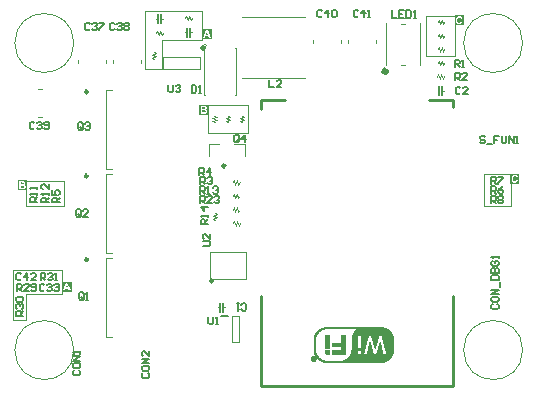
<source format=gto>
G04*
G04 #@! TF.GenerationSoftware,Altium Limited,Altium Designer,20.1.8 (145)*
G04*
G04 Layer_Color=16777215*
%FSAX44Y44*%
%MOMM*%
G71*
G04*
G04 #@! TF.SameCoordinates,10942F88-9478-473C-A78C-30CC682ACA8F*
G04*
G04*
G04 #@! TF.FilePolarity,Positive*
G04*
G01*
G75*
%ADD10C,0.2500*%
%ADD11C,0.5000*%
%ADD12C,0.1016*%
%ADD13C,0.2032*%
%ADD14C,0.0127*%
%ADD15C,0.2540*%
%ADD16C,0.1270*%
G36*
X00431953Y00170632D02*
X00424264D01*
Y00179403D01*
X00431953D01*
Y00170632D01*
D02*
G37*
G36*
X00385047Y00304908D02*
X00377358D01*
Y00313679D01*
X00385047D01*
Y00304908D01*
D02*
G37*
G36*
X00015289Y00165448D02*
X00007815D01*
Y00173984D01*
X00015289D01*
Y00165448D01*
D02*
G37*
G36*
X00168871Y00229052D02*
X00161398D01*
Y00237587D01*
X00168871D01*
Y00229052D01*
D02*
G37*
G36*
X00053233Y00079444D02*
X00044678D01*
Y00087980D01*
X00053233D01*
Y00079444D01*
D02*
G37*
G36*
X00171926Y00293342D02*
X00163372D01*
Y00301878D01*
X00171926D01*
Y00293342D01*
D02*
G37*
%LPC*%
G36*
X00428428Y00178386D02*
X00428315D01*
X00428071Y00178377D01*
X00427827Y00178349D01*
X00427611Y00178302D01*
X00427394Y00178246D01*
X00427206Y00178180D01*
X00427018Y00178104D01*
X00426859Y00178020D01*
X00426708Y00177935D01*
X00426567Y00177851D01*
X00426455Y00177766D01*
X00426351Y00177691D01*
X00426267Y00177625D01*
X00426201Y00177569D01*
X00426154Y00177522D01*
X00426126Y00177494D01*
X00426116Y00177484D01*
X00425966Y00177306D01*
X00425844Y00177118D01*
X00425731Y00176920D01*
X00425637Y00176714D01*
X00425552Y00176497D01*
X00425487Y00176291D01*
X00425430Y00176084D01*
X00425383Y00175887D01*
X00425346Y00175689D01*
X00425327Y00175520D01*
X00425308Y00175360D01*
X00425289Y00175229D01*
Y00175116D01*
X00425280Y00175031D01*
Y00174956D01*
X00425289Y00174674D01*
X00425317Y00174411D01*
X00425355Y00174157D01*
X00425411Y00173932D01*
X00425468Y00173716D01*
X00425543Y00173509D01*
X00425618Y00173330D01*
X00425693Y00173171D01*
X00425769Y00173020D01*
X00425844Y00172889D01*
X00425919Y00172785D01*
X00425975Y00172691D01*
X00426032Y00172626D01*
X00426069Y00172569D01*
X00426097Y00172541D01*
X00426107Y00172532D01*
X00426267Y00172372D01*
X00426436Y00172240D01*
X00426614Y00172118D01*
X00426793Y00172024D01*
X00426971Y00171940D01*
X00427150Y00171864D01*
X00427319Y00171808D01*
X00427479Y00171761D01*
X00427639Y00171723D01*
X00427780Y00171695D01*
X00427911Y00171676D01*
X00428015Y00171667D01*
X00428109Y00171658D01*
X00428174Y00171648D01*
X00428231D01*
X00428428Y00171658D01*
X00428607Y00171667D01*
X00428785Y00171695D01*
X00428945Y00171733D01*
X00429095Y00171770D01*
X00429236Y00171808D01*
X00429368Y00171855D01*
X00429490Y00171911D01*
X00429594Y00171958D01*
X00429688Y00172005D01*
X00429772Y00172043D01*
X00429838Y00172080D01*
X00429894Y00172118D01*
X00429932Y00172146D01*
X00429951Y00172156D01*
X00429960Y00172165D01*
X00430082Y00172268D01*
X00430195Y00172381D01*
X00430402Y00172635D01*
X00430571Y00172898D01*
X00430702Y00173152D01*
X00430759Y00173274D01*
X00430806Y00173387D01*
X00430843Y00173490D01*
X00430881Y00173575D01*
X00430909Y00173650D01*
X00430928Y00173706D01*
X00430937Y00173744D01*
Y00173753D01*
X00429659Y00174148D01*
X00429584Y00173894D01*
X00429500Y00173678D01*
X00429415Y00173500D01*
X00429321Y00173349D01*
X00429246Y00173236D01*
X00429180Y00173161D01*
X00429133Y00173114D01*
X00429114Y00173095D01*
X00428964Y00172983D01*
X00428813Y00172908D01*
X00428663Y00172851D01*
X00428531Y00172804D01*
X00428409Y00172785D01*
X00428306Y00172776D01*
X00428268Y00172766D01*
X00428221D01*
X00428090Y00172776D01*
X00427968Y00172785D01*
X00427742Y00172851D01*
X00427545Y00172926D01*
X00427385Y00173030D01*
X00427253Y00173124D01*
X00427159Y00173199D01*
X00427122Y00173236D01*
X00427094Y00173265D01*
X00427084Y00173274D01*
X00427075Y00173283D01*
X00427000Y00173387D01*
X00426934Y00173509D01*
X00426868Y00173640D01*
X00426821Y00173782D01*
X00426746Y00174073D01*
X00426689Y00174364D01*
X00426671Y00174505D01*
X00426661Y00174627D01*
X00426642Y00174750D01*
Y00174853D01*
X00426633Y00174928D01*
Y00174994D01*
Y00175041D01*
Y00175050D01*
X00426642Y00175266D01*
X00426652Y00175464D01*
X00426671Y00175642D01*
X00426699Y00175811D01*
X00426736Y00175962D01*
X00426774Y00176103D01*
X00426812Y00176225D01*
X00426859Y00176338D01*
X00426896Y00176432D01*
X00426934Y00176516D01*
X00426971Y00176582D01*
X00427009Y00176639D01*
X00427037Y00176685D01*
X00427056Y00176714D01*
X00427075Y00176732D01*
Y00176742D01*
X00427159Y00176836D01*
X00427253Y00176920D01*
X00427347Y00176986D01*
X00427451Y00177043D01*
X00427648Y00177137D01*
X00427836Y00177202D01*
X00427996Y00177240D01*
X00428071Y00177249D01*
X00428127Y00177259D01*
X00428184Y00177268D01*
X00428250D01*
X00428438Y00177259D01*
X00428607Y00177221D01*
X00428757Y00177174D01*
X00428889Y00177118D01*
X00428992Y00177061D01*
X00429067Y00177014D01*
X00429114Y00176977D01*
X00429133Y00176967D01*
X00429255Y00176855D01*
X00429368Y00176723D01*
X00429453Y00176591D01*
X00429518Y00176460D01*
X00429565Y00176347D01*
X00429594Y00176262D01*
X00429612Y00176225D01*
Y00176197D01*
X00429622Y00176187D01*
Y00176178D01*
X00430919Y00176488D01*
X00430825Y00176761D01*
X00430721Y00176996D01*
X00430608Y00177202D01*
X00430505Y00177372D01*
X00430402Y00177503D01*
X00430364Y00177560D01*
X00430326Y00177607D01*
X00430298Y00177635D01*
X00430270Y00177663D01*
X00430261Y00177682D01*
X00430251D01*
X00430110Y00177804D01*
X00429951Y00177917D01*
X00429800Y00178011D01*
X00429641Y00178086D01*
X00429471Y00178161D01*
X00429311Y00178217D01*
X00429152Y00178264D01*
X00429001Y00178302D01*
X00428860Y00178330D01*
X00428729Y00178349D01*
X00428616Y00178368D01*
X00428513Y00178377D01*
X00428428Y00178386D01*
D02*
G37*
G36*
X00381522Y00312663D02*
X00381409D01*
X00381165Y00312653D01*
X00380921Y00312625D01*
X00380705Y00312578D01*
X00380489Y00312522D01*
X00380300Y00312456D01*
X00380112Y00312381D01*
X00379953Y00312296D01*
X00379802Y00312212D01*
X00379661Y00312127D01*
X00379549Y00312042D01*
X00379445Y00311967D01*
X00379361Y00311901D01*
X00379295Y00311845D01*
X00379248Y00311798D01*
X00379220Y00311770D01*
X00379210Y00311761D01*
X00379060Y00311582D01*
X00378938Y00311394D01*
X00378825Y00311197D01*
X00378731Y00310990D01*
X00378647Y00310774D01*
X00378581Y00310567D01*
X00378524Y00310360D01*
X00378477Y00310163D01*
X00378440Y00309965D01*
X00378421Y00309796D01*
X00378402Y00309636D01*
X00378383Y00309505D01*
Y00309392D01*
X00378374Y00309308D01*
Y00309232D01*
X00378383Y00308951D01*
X00378411Y00308687D01*
X00378449Y00308434D01*
X00378506Y00308208D01*
X00378562Y00307992D01*
X00378637Y00307785D01*
X00378712Y00307607D01*
X00378787Y00307447D01*
X00378863Y00307296D01*
X00378938Y00307165D01*
X00379013Y00307062D01*
X00379069Y00306968D01*
X00379126Y00306902D01*
X00379163Y00306845D01*
X00379192Y00306817D01*
X00379201Y00306808D01*
X00379361Y00306648D01*
X00379530Y00306516D01*
X00379708Y00306394D01*
X00379887Y00306300D01*
X00380066Y00306216D01*
X00380244Y00306140D01*
X00380413Y00306084D01*
X00380573Y00306037D01*
X00380733Y00306000D01*
X00380874Y00305971D01*
X00381005Y00305952D01*
X00381109Y00305943D01*
X00381203Y00305934D01*
X00381269Y00305924D01*
X00381325D01*
X00381522Y00305934D01*
X00381701Y00305943D01*
X00381879Y00305971D01*
X00382039Y00306009D01*
X00382189Y00306047D01*
X00382331Y00306084D01*
X00382462Y00306131D01*
X00382584Y00306187D01*
X00382688Y00306234D01*
X00382782Y00306281D01*
X00382866Y00306319D01*
X00382932Y00306357D01*
X00382988Y00306394D01*
X00383026Y00306422D01*
X00383045Y00306432D01*
X00383054Y00306441D01*
X00383176Y00306545D01*
X00383289Y00306657D01*
X00383496Y00306911D01*
X00383665Y00307174D01*
X00383797Y00307428D01*
X00383853Y00307550D01*
X00383900Y00307663D01*
X00383937Y00307766D01*
X00383975Y00307851D01*
X00384003Y00307926D01*
X00384022Y00307983D01*
X00384031Y00308020D01*
Y00308029D01*
X00382753Y00308424D01*
X00382678Y00308170D01*
X00382594Y00307954D01*
X00382509Y00307776D01*
X00382415Y00307625D01*
X00382340Y00307513D01*
X00382274Y00307437D01*
X00382227Y00307390D01*
X00382208Y00307372D01*
X00382058Y00307259D01*
X00381908Y00307184D01*
X00381757Y00307127D01*
X00381626Y00307080D01*
X00381503Y00307062D01*
X00381400Y00307052D01*
X00381362Y00307043D01*
X00381315D01*
X00381184Y00307052D01*
X00381062Y00307062D01*
X00380836Y00307127D01*
X00380639Y00307202D01*
X00380479Y00307306D01*
X00380348Y00307400D01*
X00380253Y00307475D01*
X00380216Y00307513D01*
X00380188Y00307541D01*
X00380178Y00307550D01*
X00380169Y00307560D01*
X00380094Y00307663D01*
X00380028Y00307785D01*
X00379962Y00307917D01*
X00379915Y00308058D01*
X00379840Y00308349D01*
X00379784Y00308640D01*
X00379765Y00308781D01*
X00379755Y00308904D01*
X00379737Y00309026D01*
Y00309129D01*
X00379727Y00309204D01*
Y00309270D01*
Y00309317D01*
Y00309326D01*
X00379737Y00309543D01*
X00379746Y00309740D01*
X00379765Y00309918D01*
X00379793Y00310088D01*
X00379831Y00310238D01*
X00379868Y00310379D01*
X00379906Y00310501D01*
X00379953Y00310614D01*
X00379990Y00310708D01*
X00380028Y00310793D01*
X00380066Y00310858D01*
X00380103Y00310915D01*
X00380131Y00310962D01*
X00380150Y00310990D01*
X00380169Y00311009D01*
Y00311018D01*
X00380253Y00311112D01*
X00380348Y00311197D01*
X00380442Y00311262D01*
X00380545Y00311319D01*
X00380742Y00311413D01*
X00380930Y00311479D01*
X00381090Y00311516D01*
X00381165Y00311525D01*
X00381222Y00311535D01*
X00381278Y00311544D01*
X00381344D01*
X00381532Y00311535D01*
X00381701Y00311497D01*
X00381851Y00311450D01*
X00381983Y00311394D01*
X00382086Y00311338D01*
X00382161Y00311291D01*
X00382208Y00311253D01*
X00382227Y00311244D01*
X00382349Y00311131D01*
X00382462Y00310999D01*
X00382547Y00310868D01*
X00382612Y00310736D01*
X00382659Y00310623D01*
X00382688Y00310539D01*
X00382706Y00310501D01*
Y00310473D01*
X00382716Y00310464D01*
Y00310454D01*
X00384013Y00310764D01*
X00383919Y00311037D01*
X00383815Y00311272D01*
X00383703Y00311479D01*
X00383599Y00311648D01*
X00383496Y00311779D01*
X00383458Y00311836D01*
X00383421Y00311883D01*
X00383392Y00311911D01*
X00383364Y00311939D01*
X00383355Y00311958D01*
X00383345D01*
X00383204Y00312080D01*
X00383045Y00312193D01*
X00382894Y00312287D01*
X00382735Y00312362D01*
X00382565Y00312437D01*
X00382406Y00312493D01*
X00382246Y00312540D01*
X00382095Y00312578D01*
X00381955Y00312606D01*
X00381823Y00312625D01*
X00381710Y00312644D01*
X00381607Y00312653D01*
X00381522Y00312663D01*
D02*
G37*
G36*
X00011688Y00172968D02*
X00008831D01*
Y00166465D01*
X00011651D01*
X00011810Y00166474D01*
X00012092D01*
X00012205Y00166483D01*
X00012384D01*
X00012449Y00166493D01*
X00012543D01*
X00012581Y00166502D01*
X00012618D01*
X00012807Y00166530D01*
X00012976Y00166577D01*
X00013126Y00166624D01*
X00013258Y00166681D01*
X00013361Y00166728D01*
X00013436Y00166775D01*
X00013483Y00166803D01*
X00013502Y00166812D01*
X00013634Y00166916D01*
X00013737Y00167028D01*
X00013840Y00167132D01*
X00013915Y00167244D01*
X00013981Y00167339D01*
X00014028Y00167414D01*
X00014056Y00167461D01*
X00014066Y00167479D01*
X00014132Y00167639D01*
X00014188Y00167790D01*
X00014226Y00167940D01*
X00014244Y00168072D01*
X00014263Y00168184D01*
X00014273Y00168269D01*
Y00168344D01*
X00014263Y00168551D01*
X00014226Y00168739D01*
X00014169Y00168899D01*
X00014113Y00169049D01*
X00014056Y00169162D01*
X00014000Y00169246D01*
X00013962Y00169303D01*
X00013953Y00169321D01*
X00013822Y00169472D01*
X00013680Y00169594D01*
X00013521Y00169697D01*
X00013380Y00169773D01*
X00013248Y00169838D01*
X00013135Y00169885D01*
X00013098Y00169895D01*
X00013070Y00169904D01*
X00013051Y00169914D01*
X00013041D01*
X00013192Y00169998D01*
X00013323Y00170083D01*
X00013436Y00170186D01*
X00013530Y00170271D01*
X00013596Y00170355D01*
X00013652Y00170421D01*
X00013690Y00170468D01*
X00013699Y00170487D01*
X00013784Y00170637D01*
X00013850Y00170778D01*
X00013887Y00170919D01*
X00013925Y00171051D01*
X00013944Y00171164D01*
X00013953Y00171248D01*
Y00171304D01*
Y00171314D01*
Y00171323D01*
X00013944Y00171474D01*
X00013925Y00171624D01*
X00013887Y00171746D01*
X00013850Y00171859D01*
X00013812Y00171953D01*
X00013774Y00172028D01*
X00013756Y00172066D01*
X00013746Y00172085D01*
X00013671Y00172207D01*
X00013586Y00172310D01*
X00013502Y00172404D01*
X00013427Y00172489D01*
X00013352Y00172545D01*
X00013295Y00172592D01*
X00013258Y00172620D01*
X00013248Y00172630D01*
X00013135Y00172705D01*
X00013013Y00172761D01*
X00012901Y00172808D01*
X00012797Y00172846D01*
X00012703Y00172874D01*
X00012637Y00172893D01*
X00012590Y00172902D01*
X00012572D01*
X00012412Y00172921D01*
X00012233Y00172940D01*
X00012045Y00172949D01*
X00011857Y00172959D01*
X00011688Y00172968D01*
D02*
G37*
%LPD*%
G36*
X00011557Y00171878D02*
X00011801D01*
X00011857Y00171868D01*
X00011961D01*
X00011998Y00171859D01*
X00012008D01*
X00012120Y00171840D01*
X00012224Y00171812D01*
X00012308Y00171774D01*
X00012384Y00171737D01*
X00012431Y00171699D01*
X00012478Y00171662D01*
X00012496Y00171643D01*
X00012506Y00171633D01*
X00012562Y00171558D01*
X00012600Y00171474D01*
X00012637Y00171399D01*
X00012656Y00171323D01*
X00012665Y00171248D01*
X00012675Y00171192D01*
Y00171154D01*
Y00171145D01*
X00012665Y00171032D01*
X00012647Y00170929D01*
X00012609Y00170844D01*
X00012581Y00170769D01*
X00012543Y00170703D01*
X00012506Y00170665D01*
X00012487Y00170637D01*
X00012478Y00170628D01*
X00012402Y00170562D01*
X00012318Y00170515D01*
X00012233Y00170478D01*
X00012149Y00170449D01*
X00012064Y00170421D01*
X00012008Y00170412D01*
X00011970Y00170402D01*
X00011914D01*
X00011857Y00170393D01*
X00011566D01*
X00011406Y00170383D01*
X00010147D01*
Y00171887D01*
X00011453D01*
X00011557Y00171878D01*
D02*
G37*
G36*
X00011641Y00169293D02*
X00011754Y00169284D01*
X00011867D01*
X00011961Y00169275D01*
X00012045Y00169265D01*
X00012111Y00169256D01*
X00012177Y00169246D01*
X00012224Y00169237D01*
X00012299Y00169228D01*
X00012346Y00169209D01*
X00012355D01*
X00012449Y00169171D01*
X00012534Y00169124D01*
X00012609Y00169077D01*
X00012665Y00169021D01*
X00012713Y00168983D01*
X00012741Y00168946D01*
X00012759Y00168917D01*
X00012769Y00168908D01*
X00012816Y00168823D01*
X00012853Y00168739D01*
X00012882Y00168664D01*
X00012901Y00168579D01*
X00012910Y00168513D01*
X00012919Y00168457D01*
Y00168419D01*
Y00168410D01*
X00012910Y00168288D01*
X00012891Y00168175D01*
X00012863Y00168081D01*
X00012825Y00168006D01*
X00012788Y00167940D01*
X00012759Y00167893D01*
X00012741Y00167865D01*
X00012731Y00167855D01*
X00012656Y00167790D01*
X00012581Y00167733D01*
X00012496Y00167686D01*
X00012421Y00167649D01*
X00012355Y00167630D01*
X00012299Y00167611D01*
X00012261Y00167602D01*
X00012252D01*
X00012214Y00167592D01*
X00012158D01*
X00012036Y00167583D01*
X00011885Y00167574D01*
X00011735D01*
X00011594Y00167564D01*
X00010147D01*
Y00169303D01*
X00011510D01*
X00011641Y00169293D01*
D02*
G37*
%LPC*%
G36*
X00165271Y00236571D02*
X00162414D01*
Y00230068D01*
X00165233D01*
X00165393Y00230077D01*
X00165675D01*
X00165788Y00230086D01*
X00165966D01*
X00166032Y00230096D01*
X00166126D01*
X00166164Y00230105D01*
X00166201D01*
X00166389Y00230133D01*
X00166558Y00230180D01*
X00166709Y00230228D01*
X00166840Y00230284D01*
X00166944Y00230331D01*
X00167019Y00230378D01*
X00167066Y00230406D01*
X00167085Y00230415D01*
X00167216Y00230519D01*
X00167320Y00230632D01*
X00167423Y00230735D01*
X00167498Y00230848D01*
X00167564Y00230942D01*
X00167611Y00231017D01*
X00167639Y00231064D01*
X00167648Y00231083D01*
X00167714Y00231243D01*
X00167771Y00231393D01*
X00167808Y00231543D01*
X00167827Y00231675D01*
X00167846Y00231788D01*
X00167855Y00231872D01*
Y00231947D01*
X00167846Y00232154D01*
X00167808Y00232342D01*
X00167752Y00232502D01*
X00167695Y00232652D01*
X00167639Y00232765D01*
X00167583Y00232850D01*
X00167545Y00232906D01*
X00167536Y00232925D01*
X00167404Y00233075D01*
X00167263Y00233197D01*
X00167103Y00233301D01*
X00166962Y00233376D01*
X00166831Y00233442D01*
X00166718Y00233489D01*
X00166680Y00233498D01*
X00166652Y00233507D01*
X00166633Y00233517D01*
X00166624D01*
X00166774Y00233601D01*
X00166906Y00233686D01*
X00167019Y00233789D01*
X00167113Y00233874D01*
X00167178Y00233958D01*
X00167235Y00234024D01*
X00167272Y00234071D01*
X00167282Y00234090D01*
X00167367Y00234240D01*
X00167432Y00234381D01*
X00167470Y00234522D01*
X00167507Y00234654D01*
X00167526Y00234767D01*
X00167536Y00234851D01*
Y00234908D01*
Y00234917D01*
Y00234926D01*
X00167526Y00235077D01*
X00167507Y00235227D01*
X00167470Y00235349D01*
X00167432Y00235462D01*
X00167395Y00235556D01*
X00167357Y00235631D01*
X00167338Y00235669D01*
X00167329Y00235688D01*
X00167254Y00235810D01*
X00167169Y00235913D01*
X00167085Y00236007D01*
X00167009Y00236092D01*
X00166934Y00236148D01*
X00166878Y00236195D01*
X00166840Y00236223D01*
X00166831Y00236233D01*
X00166718Y00236308D01*
X00166596Y00236364D01*
X00166483Y00236411D01*
X00166380Y00236449D01*
X00166286Y00236477D01*
X00166220Y00236496D01*
X00166173Y00236505D01*
X00166154D01*
X00165994Y00236524D01*
X00165816Y00236543D01*
X00165628Y00236552D01*
X00165440Y00236562D01*
X00165271Y00236571D01*
D02*
G37*
%LPD*%
G36*
X00165139Y00235481D02*
X00165383D01*
X00165440Y00235472D01*
X00165543D01*
X00165581Y00235462D01*
X00165590D01*
X00165703Y00235443D01*
X00165806Y00235415D01*
X00165891Y00235378D01*
X00165966Y00235340D01*
X00166013Y00235302D01*
X00166060Y00235265D01*
X00166079Y00235246D01*
X00166088Y00235237D01*
X00166145Y00235161D01*
X00166182Y00235077D01*
X00166220Y00235002D01*
X00166239Y00234926D01*
X00166248Y00234851D01*
X00166257Y00234795D01*
Y00234757D01*
Y00234748D01*
X00166248Y00234635D01*
X00166229Y00234532D01*
X00166192Y00234447D01*
X00166164Y00234372D01*
X00166126Y00234306D01*
X00166088Y00234269D01*
X00166070Y00234240D01*
X00166060Y00234231D01*
X00165985Y00234165D01*
X00165900Y00234118D01*
X00165816Y00234081D01*
X00165731Y00234053D01*
X00165647Y00234024D01*
X00165590Y00234015D01*
X00165553Y00234006D01*
X00165496D01*
X00165440Y00233996D01*
X00165149D01*
X00164989Y00233987D01*
X00163729D01*
Y00235490D01*
X00165036D01*
X00165139Y00235481D01*
D02*
G37*
G36*
X00165224Y00232896D02*
X00165336Y00232887D01*
X00165449D01*
X00165543Y00232878D01*
X00165628Y00232868D01*
X00165694Y00232859D01*
X00165759Y00232850D01*
X00165806Y00232840D01*
X00165882Y00232831D01*
X00165929Y00232812D01*
X00165938D01*
X00166032Y00232774D01*
X00166117Y00232727D01*
X00166192Y00232680D01*
X00166248Y00232624D01*
X00166295Y00232586D01*
X00166323Y00232549D01*
X00166342Y00232521D01*
X00166352Y00232511D01*
X00166399Y00232427D01*
X00166436Y00232342D01*
X00166464Y00232267D01*
X00166483Y00232182D01*
X00166493Y00232117D01*
X00166502Y00232060D01*
Y00232022D01*
Y00232013D01*
X00166493Y00231891D01*
X00166474Y00231778D01*
X00166446Y00231684D01*
X00166408Y00231609D01*
X00166370Y00231543D01*
X00166342Y00231496D01*
X00166323Y00231468D01*
X00166314Y00231459D01*
X00166239Y00231393D01*
X00166164Y00231336D01*
X00166079Y00231290D01*
X00166004Y00231252D01*
X00165938Y00231233D01*
X00165882Y00231214D01*
X00165844Y00231205D01*
X00165835D01*
X00165797Y00231196D01*
X00165741D01*
X00165618Y00231186D01*
X00165468Y00231177D01*
X00165318D01*
X00165177Y00231167D01*
X00163729D01*
Y00232906D01*
X00165092D01*
X00165224Y00232896D01*
D02*
G37*
%LPC*%
G36*
X00049604Y00086964D02*
X00048213D01*
X00045694Y00080460D01*
X00047085D01*
X00047621Y00081936D01*
X00050234D01*
X00050798Y00080460D01*
X00052217D01*
X00049604Y00086964D01*
D02*
G37*
%LPD*%
G36*
X00049811Y00083035D02*
X00048016D01*
X00048899Y00085451D01*
X00049811Y00083035D01*
D02*
G37*
%LPC*%
G36*
X00168297Y00300862D02*
X00166907D01*
X00164388Y00294359D01*
X00165779D01*
X00166314Y00295834D01*
X00168927D01*
X00169491Y00294359D01*
X00170910D01*
X00168297Y00300862D01*
D02*
G37*
%LPD*%
G36*
X00168504Y00296933D02*
X00166709D01*
X00167593Y00299349D01*
X00168504Y00296933D01*
D02*
G37*
D10*
X00165518Y00285776D02*
G03*
X00165518Y00285776I-00001250J00000000D01*
G01*
X00172686Y00088706D02*
G03*
X00172686Y00088706I-00001250J00000000D01*
G01*
X00066845Y00106566D02*
G03*
X00066845Y00106566I-00001250J00000000D01*
G01*
Y00177331D02*
G03*
X00066845Y00177331I-00001250J00000000D01*
G01*
Y00248603D02*
G03*
X00066845Y00248603I-00001250J00000000D01*
G01*
X00183256Y00186055D02*
G03*
X00183256Y00186055I-00001250J00000000D01*
G01*
D11*
X00319474Y00265958D02*
G03*
X00319474Y00265958I-00001000J00000000D01*
G01*
D12*
X00435000Y00290000D02*
G03*
X00435000Y00290000I-00025000J00000000D01*
G01*
X00167308Y00288192D02*
G03*
X00167308Y00288192I-00001250J00000000D01*
G01*
X00435000Y00030000D02*
G03*
X00435000Y00030000I-00025000J00000000D01*
G01*
X00055000D02*
G03*
X00055000Y00030000I-00025000J00000000D01*
G01*
Y00290000D02*
G03*
X00055000Y00290000I-00025000J00000000D01*
G01*
X00194906Y00037240D02*
Y00059240D01*
X00188906Y00037240D02*
Y00059240D01*
Y00037240D02*
X00194906D01*
X00188906Y00059240D02*
X00194906D01*
X00024666Y00250639D02*
X00027666D01*
X00024666Y00227139D02*
X00027666D01*
X00111734Y00272776D02*
Y00275776D01*
X00088234Y00272776D02*
Y00275776D01*
X00257521Y00289644D02*
Y00292644D01*
X00281021Y00289644D02*
Y00292644D01*
X00082271Y00272776D02*
Y00275776D01*
X00058771Y00272776D02*
Y00275776D01*
X00287024Y00289644D02*
Y00292644D01*
X00310523Y00289644D02*
Y00292644D01*
X00367746Y00282629D02*
X00368668Y00284703D01*
X00366476Y00286439D02*
X00367746Y00282629D01*
X00365206D02*
X00366476Y00286439D01*
X00363936D02*
X00365206Y00282629D01*
X00362920Y00284661D02*
X00363936Y00286439D01*
X00362920Y00296244D02*
X00363936Y00298022D01*
X00365206Y00294212D01*
X00366476Y00298022D01*
X00367746Y00294212D01*
X00368668Y00296285D01*
X00367746Y00305714D02*
X00368668Y00307788D01*
X00366476Y00309524D02*
X00367746Y00305714D01*
X00365206D02*
X00366476Y00309524D01*
X00363936D02*
X00365206Y00305714D01*
X00362920Y00307746D02*
X00363936Y00309524D01*
X00367746Y00271126D02*
X00368668Y00273200D01*
X00366476Y00274936D02*
X00367746Y00271126D01*
X00365206D02*
X00366476Y00274936D01*
X00363936D02*
X00365206Y00271126D01*
X00362920Y00273158D02*
X00363936Y00274936D01*
X00362760Y00261614D02*
X00363682Y00263688D01*
X00364952Y00259878D01*
X00366222Y00263688D01*
X00367492Y00259878D01*
X00368508Y00261656D01*
X00115669Y00268338D02*
X00129409D01*
X00115669D02*
Y00316734D01*
X00128849Y00310726D02*
X00130373D01*
X00124785D02*
X00126309D01*
X00130768Y00278026D02*
X00161768D01*
X00130768Y00268026D02*
X00161768D01*
Y00278026D01*
X00130768Y00268026D02*
Y00278026D01*
X00124625Y00298164D02*
X00125547Y00300238D01*
X00126817Y00296428D01*
X00128087Y00300238D01*
X00129357Y00296428D01*
X00130373Y00298206D01*
X00194310Y00170180D02*
X00195326Y00171958D01*
X00193040Y00173990D02*
X00194310Y00170180D01*
X00191770D02*
X00193040Y00173990D01*
X00190500D02*
X00191770Y00170180D01*
X00189578Y00171916D02*
X00190500Y00173990D01*
X00194310Y00158496D02*
X00195326Y00160274D01*
X00193040Y00162306D02*
X00194310Y00158496D01*
X00191770D02*
X00193040Y00162306D01*
X00190500D02*
X00191770Y00158496D01*
X00189578Y00160232D02*
X00190500Y00162306D01*
X00149070Y00311404D02*
X00150086Y00313182D01*
X00151356Y00309372D01*
X00152626Y00313182D01*
X00153896Y00309372D01*
X00154818Y00311446D01*
X00153134Y00299240D02*
X00154658D01*
X00149070D02*
X00150594D01*
X00081978Y00250354D02*
X00087727D01*
X00081978Y00183354D02*
Y00250354D01*
Y00183354D02*
X00087727D01*
X00014797Y00173476D02*
X00046293D01*
X00014797Y00151641D02*
Y00173476D01*
X00402218Y00178896D02*
X00424768D01*
Y00152085D02*
Y00178896D01*
X00353442Y00313173D02*
X00377860D01*
Y00278828D02*
Y00313173D01*
X00353442Y00278828D02*
X00377860D01*
X00353442D02*
Y00313173D01*
X00402218Y00152085D02*
Y00178896D01*
Y00152085D02*
X00424768D01*
X00169906Y00090414D02*
X00200906D01*
X00169906Y00113414D02*
X00200906D01*
X00169906Y00090414D02*
Y00113414D01*
X00200906Y00090414D02*
Y00113414D01*
X00319714Y00271568D02*
Y00306568D01*
X00347714Y00271568D02*
Y00306568D01*
X00332190Y00306344D02*
X00335238D01*
X00332190Y00271546D02*
X00335238D01*
X00122801Y00282372D02*
X00124579Y00281356D01*
X00120769Y00280086D02*
X00124579Y00281356D01*
X00120769Y00280086D02*
X00124579Y00278816D01*
X00120769Y00277546D02*
X00124579Y00278816D01*
X00120769Y00277546D02*
X00122843Y00276624D01*
X00046293Y00151641D02*
Y00173476D01*
X00014797Y00151641D02*
X00046293D01*
X00168364Y00213822D02*
Y00237078D01*
Y00213822D02*
X00202669D01*
Y00237078D01*
X00168364D02*
X00202669D01*
X00044726Y00077691D02*
Y00097522D01*
X00003812D02*
X00044726D01*
X00003812Y00055612D02*
X00014144D01*
X00003812D02*
Y00097522D01*
X00014144Y00055612D02*
Y00077691D01*
X00044726D01*
X00129409Y00292455D02*
X00163793D01*
X00129409Y00268338D02*
Y00292455D01*
X00165004Y00245840D02*
Y00285840D01*
X00192004Y00245840D02*
Y00285840D01*
X00165004Y00245840D02*
X00165746D01*
X00165004Y00285840D02*
X00165746D01*
X00191262Y00245840D02*
X00192004D01*
X00191262Y00285840D02*
X00192004D01*
X00362920Y00249464D02*
X00364444D01*
X00366984D02*
X00368508D01*
X00177112Y00066459D02*
X00178636D01*
X00181176D02*
X00182700D01*
X00081978Y00108316D02*
X00087727D01*
X00081978Y00041316D02*
Y00108316D01*
Y00041316D02*
X00087727D01*
X00081978Y00112081D02*
X00087727D01*
X00081978D02*
Y00179081D01*
X00087727D01*
X00172466Y00141233D02*
X00174244Y00140217D01*
X00172466Y00141233D02*
X00176276Y00142503D01*
X00172466Y00143773D02*
X00176276Y00142503D01*
X00172466Y00143773D02*
X00176276Y00145043D01*
X00174202Y00145965D02*
X00176276Y00145043D01*
X00194328Y00146959D02*
X00195344Y00148737D01*
X00193058Y00150769D02*
X00194328Y00146959D01*
X00191788D02*
X00193058Y00150769D01*
X00190518D02*
X00191788Y00146959D01*
X00189596Y00148696D02*
X00190518Y00150769D01*
X00183804Y00223856D02*
X00185581Y00222840D01*
X00183804Y00223856D02*
X00187614Y00225126D01*
X00183804Y00226396D02*
X00187614Y00225126D01*
X00183804Y00226396D02*
X00187614Y00227666D01*
X00185540Y00228588D02*
X00187614Y00227666D01*
X00174079Y00228428D02*
X00175857Y00227412D01*
X00172047Y00226142D02*
X00175857Y00227412D01*
X00172047Y00226142D02*
X00175857Y00224872D01*
X00172047Y00223602D02*
X00175857Y00224872D01*
X00172047Y00223602D02*
X00174121Y00222680D01*
X00169506Y00194055D02*
Y00204055D01*
X00178248D01*
X00199506Y00194055D02*
Y00204055D01*
X00190764D02*
X00199506D01*
X00197042Y00228588D02*
X00199116Y00227666D01*
X00195306Y00226396D02*
X00199116Y00227666D01*
X00195306Y00226396D02*
X00199116Y00225126D01*
X00195306Y00223856D02*
X00199116Y00225126D01*
X00195306Y00223856D02*
X00197084Y00222840D01*
X00197526Y00260128D02*
X00250527D01*
X00197526Y00312128D02*
X00250527D01*
X00194582Y00135142D02*
X00195504Y00137216D01*
X00193312Y00138952D02*
X00194582Y00135142D01*
X00192042D02*
X00193312Y00138952D01*
X00190772D02*
X00192042Y00135142D01*
X00189756Y00137174D02*
X00190772Y00138952D01*
X00115669Y00316734D02*
X00163793D01*
Y00292455D02*
Y00316734D01*
D13*
X00179460Y00058654D02*
X00185410D01*
D14*
X00268250Y00049471D02*
X00315240D01*
X00267234Y00049344D02*
X00316129D01*
X00266726Y00049217D02*
X00316764D01*
X00266218Y00049090D02*
X00317272D01*
X00265837Y00048963D02*
X00317653D01*
X00265456Y00048836D02*
X00318034D01*
X00265075Y00048709D02*
X00318415D01*
X00264821Y00048582D02*
X00318669D01*
X00264567Y00048455D02*
X00318923D01*
X00264313Y00048328D02*
X00267996D01*
X00295047D02*
X00319177D01*
X00264059Y00048201D02*
X00267107D01*
X00294920D02*
X00319431D01*
X00263805Y00048074D02*
X00266472D01*
X00294666D02*
X00319685D01*
X00263551Y00047947D02*
X00266091D01*
X00294539D02*
X00319939D01*
X00263297Y00047820D02*
X00265710D01*
X00294412D02*
X00320193D01*
X00263170Y00047693D02*
X00265329D01*
X00294285D02*
X00320320D01*
X00262916Y00047566D02*
X00265075D01*
X00294158D02*
X00320574D01*
X00262789Y00047439D02*
X00264821D01*
X00294031D02*
X00320701D01*
X00262662Y00047312D02*
X00264567D01*
X00293904D02*
X00320955D01*
X00262408Y00047185D02*
X00264313D01*
X00293777D02*
X00321082D01*
X00262281Y00047058D02*
X00264059D01*
X00293650D02*
X00321209D01*
X00262154Y00046931D02*
X00263805D01*
X00293523D02*
X00321336D01*
X00262027Y00046804D02*
X00263678D01*
X00293396D02*
X00321463D01*
X00261773Y00046677D02*
X00263424D01*
X00293269D02*
X00321717D01*
X00261646Y00046550D02*
X00263297D01*
X00293142D02*
X00321844D01*
X00261519Y00046423D02*
X00263170D01*
X00293142D02*
X00321971D01*
X00261392Y00046296D02*
X00262916D01*
X00293015D02*
X00322098D01*
X00261265Y00046169D02*
X00262789D01*
X00292888D02*
X00322225D01*
X00261138Y00046042D02*
X00262662D01*
X00292761D02*
X00322352D01*
X00261011Y00045915D02*
X00262535D01*
X00292634D02*
X00322479D01*
X00260884Y00045788D02*
X00262408D01*
X00292634D02*
X00322606D01*
X00260757Y00045661D02*
X00262154D01*
X00292507D02*
X00322733D01*
X00260757Y00045534D02*
X00262027D01*
X00292380D02*
X00322860D01*
X00260630Y00045407D02*
X00261900D01*
X00292380D02*
X00322860D01*
X00260503Y00045280D02*
X00261773D01*
X00292253D02*
X00322987D01*
X00260376Y00045153D02*
X00261773D01*
X00292126D02*
X00323114D01*
X00260249Y00045026D02*
X00261646D01*
X00292126D02*
X00323241D01*
X00260249Y00044899D02*
X00261519D01*
X00291999D02*
X00323241D01*
X00260122Y00044772D02*
X00261392D01*
X00291872D02*
X00323368D01*
X00259995Y00044645D02*
X00261265D01*
X00291872D02*
X00323495D01*
X00259868Y00044518D02*
X00261138D01*
X00291745D02*
X00323622D01*
X00259868Y00044391D02*
X00261138D01*
X00291745D02*
X00323622D01*
X00259741Y00044264D02*
X00261011D01*
X00291618D02*
X00323749D01*
X00259614Y00044137D02*
X00260884D01*
X00291618D02*
X00323876D01*
X00259614Y00044010D02*
X00260757D01*
X00291491D02*
X00323876D01*
X00259487Y00043883D02*
X00260757D01*
X00291491D02*
X00324003D01*
X00259487Y00043756D02*
X00260630D01*
X00291364D02*
X00324003D01*
X00259360Y00043629D02*
X00260503D01*
X00291364D02*
X00324130D01*
X00259360Y00043502D02*
X00260503D01*
X00291237D02*
X00324257D01*
X00259233Y00043375D02*
X00260376D01*
X00291237D02*
X00324257D01*
X00259233Y00043248D02*
X00260376D01*
X00291237D02*
X00324384D01*
X00259106Y00043121D02*
X00260249D01*
X00291110D02*
X00324384D01*
X00259106Y00042994D02*
X00260249D01*
X00291110D02*
X00324511D01*
X00258979Y00042867D02*
X00260122D01*
X00290983D02*
X00324511D01*
X00258979Y00042740D02*
X00260122D01*
X00290983D02*
X00324511D01*
X00258852Y00042613D02*
X00259995D01*
X00290983D02*
X00324638D01*
X00258852Y00042486D02*
X00259995D01*
X00290856D02*
X00324638D01*
X00258725Y00042359D02*
X00259868D01*
X00267869D02*
X00267996D01*
X00268377D02*
X00270409D01*
X00270663D02*
X00270917D01*
X00281585D02*
X00284760D01*
X00290856D02*
X00294793D01*
X00297968D02*
X00303937D01*
X00305969D02*
X00306223D01*
X00306350D02*
X00306477D01*
X00306731D02*
X00313081D01*
X00315113D02*
X00315240D01*
X00315494D02*
X00324765D01*
X00258725Y00042232D02*
X00259868D01*
X00267869D02*
X00271171D01*
X00281585D02*
X00285014D01*
X00290856D02*
X00294793D01*
X00298095D02*
X00303937D01*
X00306731D02*
X00312827D01*
X00315621D02*
X00324765D01*
X00258725Y00042105D02*
X00259741D01*
X00267869D02*
X00271171D01*
X00281585D02*
X00285014D01*
X00290729D02*
X00294793D01*
X00298095D02*
X00303810D01*
X00306731D02*
X00312827D01*
X00315621D02*
X00324765D01*
X00258598Y00041978D02*
X00259741D01*
X00267869D02*
X00271171D01*
X00281585D02*
X00285014D01*
X00290729D02*
X00294793D01*
X00298095D02*
X00303810D01*
X00306858D02*
X00312827D01*
X00315621D02*
X00324892D01*
X00258598Y00041851D02*
X00259741D01*
X00267869D02*
X00271171D01*
X00281585D02*
X00285014D01*
X00290729D02*
X00294793D01*
X00297968D02*
X00303810D01*
X00306858D02*
X00312700D01*
X00315748D02*
X00324892D01*
X00258598Y00041724D02*
X00259614D01*
X00267869D02*
X00271171D01*
X00281585D02*
X00285014D01*
X00290729D02*
X00294793D01*
X00297968D02*
X00303810D01*
X00306858D02*
X00312700D01*
X00315748D02*
X00325019D01*
X00258471Y00041597D02*
X00259614D01*
X00267869D02*
X00271171D01*
X00281585D02*
X00285014D01*
X00290602D02*
X00294793D01*
X00298095D02*
X00303683D01*
X00306985D02*
X00312700D01*
X00315748D02*
X00325019D01*
X00258471Y00041470D02*
X00259614D01*
X00267869D02*
X00271171D01*
X00281585D02*
X00285014D01*
X00290602D02*
X00294793D01*
X00298095D02*
X00303683D01*
X00306985D02*
X00312573D01*
X00315748D02*
X00325019D01*
X00258471Y00041343D02*
X00259487D01*
X00267869D02*
X00271171D01*
X00281585D02*
X00285014D01*
X00290602D02*
X00294793D01*
X00298095D02*
X00303683D01*
X00306985D02*
X00312573D01*
X00315875D02*
X00325019D01*
X00258344Y00041216D02*
X00259487D01*
X00267869D02*
X00271171D01*
X00281585D02*
X00285014D01*
X00290602D02*
X00294793D01*
X00298095D02*
X00303683D01*
X00306985D02*
X00312573D01*
X00315875D02*
X00325146D01*
X00258344Y00041089D02*
X00259487D01*
X00267869D02*
X00271171D01*
X00281585D02*
X00285014D01*
X00290475D02*
X00294793D01*
X00298095D02*
X00303556D01*
X00307112D02*
X00312573D01*
X00315875D02*
X00325146D01*
X00258344Y00040962D02*
X00259360D01*
X00267869D02*
X00271171D01*
X00281585D02*
X00285014D01*
X00290475D02*
X00294793D01*
X00298095D02*
X00303556D01*
X00307112D02*
X00312446D01*
X00316002D02*
X00325146D01*
X00258344Y00040835D02*
X00259360D01*
X00267869D02*
X00271171D01*
X00281585D02*
X00285014D01*
X00290475D02*
X00294793D01*
X00298095D02*
X00303556D01*
X00307112D02*
X00312446D01*
X00316002D02*
X00325273D01*
X00258217Y00040708D02*
X00259360D01*
X00267869D02*
X00271171D01*
X00281585D02*
X00285014D01*
X00290475D02*
X00294793D01*
X00298095D02*
X00303429D01*
X00307239D02*
X00312446D01*
X00316002D02*
X00325273D01*
X00258217Y00040581D02*
X00259360D01*
X00267869D02*
X00271171D01*
X00281585D02*
X00285014D01*
X00290475D02*
X00294793D01*
X00298095D02*
X00303429D01*
X00307239D02*
X00312319D01*
X00316002D02*
X00325273D01*
X00258217Y00040454D02*
X00259233D01*
X00267869D02*
X00271171D01*
X00281585D02*
X00285014D01*
X00290348D02*
X00294793D01*
X00298095D02*
X00303429D01*
X00307239D02*
X00312319D01*
X00316129D02*
X00325273D01*
X00258217Y00040327D02*
X00259233D01*
X00267869D02*
X00271171D01*
X00281585D02*
X00285014D01*
X00290348D02*
X00294793D01*
X00298095D02*
X00303429D01*
X00307239D02*
X00312319D01*
X00316129D02*
X00325273D01*
X00258217Y00040200D02*
X00259233D01*
X00267869D02*
X00271171D01*
X00281585D02*
X00285014D01*
X00290348D02*
X00294793D01*
X00298095D02*
X00303302D01*
X00307366D02*
X00312319D01*
X00316129D02*
X00325400D01*
X00258090Y00040073D02*
X00259233D01*
X00267869D02*
X00271171D01*
X00281585D02*
X00285014D01*
X00290348D02*
X00294793D01*
X00298095D02*
X00303302D01*
X00307366D02*
X00312192D01*
X00316129D02*
X00325400D01*
X00258090Y00039946D02*
X00259233D01*
X00267869D02*
X00271171D01*
X00281585D02*
X00285014D01*
X00290348D02*
X00294793D01*
X00298095D02*
X00303302D01*
X00307366D02*
X00312192D01*
X00316256D02*
X00325400D01*
X00258090Y00039819D02*
X00259106D01*
X00267869D02*
X00271171D01*
X00281585D02*
X00285014D01*
X00290348D02*
X00294793D01*
X00298095D02*
X00303302D01*
X00307493D02*
X00312192D01*
X00316256D02*
X00325400D01*
X00258090Y00039692D02*
X00259106D01*
X00267869D02*
X00271171D01*
X00281585D02*
X00285014D01*
X00290348D02*
X00294793D01*
X00298095D02*
X00303175D01*
X00307493D02*
X00312065D01*
X00316256D02*
X00325400D01*
X00258090Y00039565D02*
X00259106D01*
X00267869D02*
X00271171D01*
X00281585D02*
X00285014D01*
X00290348D02*
X00294793D01*
X00298095D02*
X00303175D01*
X00307493D02*
X00312065D01*
X00316256D02*
X00325400D01*
X00258090Y00039438D02*
X00259106D01*
X00267869D02*
X00271171D01*
X00281585D02*
X00285014D01*
X00290221D02*
X00294793D01*
X00298095D02*
X00303175D01*
X00307620D02*
X00312065D01*
X00316383D02*
X00325400D01*
X00257963Y00039311D02*
X00259106D01*
X00267869D02*
X00271171D01*
X00281585D02*
X00285014D01*
X00290221D02*
X00294793D01*
X00298095D02*
X00303175D01*
X00307620D02*
X00312065D01*
X00316383D02*
X00325527D01*
X00257963Y00039184D02*
X00259106D01*
X00267869D02*
X00271171D01*
X00281585D02*
X00285014D01*
X00290221D02*
X00294793D01*
X00298095D02*
X00303048D01*
X00307620D02*
X00311938D01*
X00316383D02*
X00325527D01*
X00257963Y00039057D02*
X00259106D01*
X00267869D02*
X00271171D01*
X00281585D02*
X00285014D01*
X00290221D02*
X00294793D01*
X00298095D02*
X00303048D01*
X00307620D02*
X00311938D01*
X00316510D02*
X00325527D01*
X00257963Y00038930D02*
X00259106D01*
X00267869D02*
X00271171D01*
X00281585D02*
X00285014D01*
X00290221D02*
X00294793D01*
X00298095D02*
X00303048D01*
X00307747D02*
X00311938D01*
X00316510D02*
X00325527D01*
X00257963Y00038803D02*
X00259106D01*
X00267869D02*
X00271171D01*
X00281585D02*
X00285014D01*
X00290221D02*
X00294793D01*
X00298095D02*
X00303048D01*
X00307747D02*
X00311811D01*
X00316510D02*
X00325527D01*
X00257963Y00038676D02*
X00259106D01*
X00267869D02*
X00271171D01*
X00281585D02*
X00285014D01*
X00290221D02*
X00294793D01*
X00298095D02*
X00302921D01*
X00307747D02*
X00311811D01*
X00316510D02*
X00325527D01*
X00257963Y00038549D02*
X00259106D01*
X00267869D02*
X00271171D01*
X00281585D02*
X00285014D01*
X00290221D02*
X00294793D01*
X00298095D02*
X00302921D01*
X00307874D02*
X00311811D01*
X00316637D02*
X00325527D01*
X00257963Y00038422D02*
X00259106D01*
X00267869D02*
X00271171D01*
X00281585D02*
X00285014D01*
X00290221D02*
X00294793D01*
X00298095D02*
X00302921D01*
X00307874D02*
X00311811D01*
X00316637D02*
X00325527D01*
X00257963Y00038295D02*
X00259106D01*
X00267869D02*
X00271171D01*
X00281585D02*
X00285014D01*
X00290221D02*
X00294793D01*
X00298095D02*
X00302794D01*
X00307874D02*
X00311684D01*
X00316637D02*
X00325527D01*
X00257963Y00038168D02*
X00259106D01*
X00267869D02*
X00271171D01*
X00281585D02*
X00285014D01*
X00290221D02*
X00294793D01*
X00298095D02*
X00302794D01*
X00307874D02*
X00311684D01*
X00316637D02*
X00325527D01*
X00257963Y00038041D02*
X00259106D01*
X00267869D02*
X00271171D01*
X00281585D02*
X00285014D01*
X00290221D02*
X00294793D01*
X00298095D02*
X00302794D01*
X00308001D02*
X00311684D01*
X00316764D02*
X00325527D01*
X00257963Y00037914D02*
X00259106D01*
X00267869D02*
X00271171D01*
X00281585D02*
X00285014D01*
X00290221D02*
X00294793D01*
X00298095D02*
X00302794D01*
X00308001D02*
X00311557D01*
X00316764D02*
X00325527D01*
X00257963Y00037787D02*
X00259106D01*
X00267869D02*
X00271171D01*
X00281585D02*
X00285014D01*
X00290221D02*
X00294793D01*
X00298095D02*
X00302667D01*
X00308001D02*
X00311557D01*
X00316764D02*
X00325527D01*
X00257963Y00037660D02*
X00259106D01*
X00267869D02*
X00271171D01*
X00281585D02*
X00285014D01*
X00290221D02*
X00294793D01*
X00298095D02*
X00302667D01*
X00308001D02*
X00311557D01*
X00316764D02*
X00325527D01*
X00257963Y00037533D02*
X00259106D01*
X00267869D02*
X00271171D01*
X00281585D02*
X00285014D01*
X00290221D02*
X00294793D01*
X00298095D02*
X00302667D01*
X00308128D02*
X00311557D01*
X00316891D02*
X00325527D01*
X00257963Y00037406D02*
X00259106D01*
X00267869D02*
X00271171D01*
X00281585D02*
X00285014D01*
X00290221D02*
X00294793D01*
X00298095D02*
X00302667D01*
X00308128D02*
X00311430D01*
X00316891D02*
X00325527D01*
X00257963Y00037279D02*
X00259106D01*
X00267869D02*
X00271171D01*
X00281585D02*
X00285014D01*
X00290221D02*
X00294793D01*
X00298095D02*
X00302540D01*
X00308128D02*
X00311430D01*
X00316891D02*
X00325527D01*
X00257963Y00037152D02*
X00259106D01*
X00267869D02*
X00271171D01*
X00281585D02*
X00285014D01*
X00290221D02*
X00294793D01*
X00298095D02*
X00302540D01*
X00308255D02*
X00311430D01*
X00317018D02*
X00325527D01*
X00257963Y00037025D02*
X00259106D01*
X00267869D02*
X00271171D01*
X00281585D02*
X00285014D01*
X00290221D02*
X00294793D01*
X00298095D02*
X00302540D01*
X00308255D02*
X00311303D01*
X00317018D02*
X00325527D01*
X00257963Y00036898D02*
X00259106D01*
X00267869D02*
X00271171D01*
X00281585D02*
X00285014D01*
X00290221D02*
X00294793D01*
X00298095D02*
X00302540D01*
X00305334D02*
X00305461D01*
X00308255D02*
X00311303D01*
X00317018D02*
X00325527D01*
X00257963Y00036771D02*
X00259106D01*
X00267869D02*
X00271171D01*
X00281585D02*
X00285014D01*
X00290221D02*
X00294793D01*
X00298095D02*
X00302413D01*
X00305334D02*
X00305461D01*
X00308382D02*
X00311303D01*
X00317018D02*
X00325527D01*
X00257963Y00036644D02*
X00259106D01*
X00267869D02*
X00271171D01*
X00281585D02*
X00285014D01*
X00290221D02*
X00294793D01*
X00298095D02*
X00302413D01*
X00305207D02*
X00305461D01*
X00308382D02*
X00311176D01*
X00317145D02*
X00325527D01*
X00257963Y00036517D02*
X00259106D01*
X00267869D02*
X00271171D01*
X00281585D02*
X00285014D01*
X00290221D02*
X00294793D01*
X00298095D02*
X00302413D01*
X00305207D02*
X00305461D01*
X00308382D02*
X00311176D01*
X00313970D02*
X00314097D01*
X00317145D02*
X00325527D01*
X00257963Y00036390D02*
X00259106D01*
X00267869D02*
X00271171D01*
X00281585D02*
X00285014D01*
X00290221D02*
X00294793D01*
X00298095D02*
X00302413D01*
X00305207D02*
X00305588D01*
X00308382D02*
X00311176D01*
X00313970D02*
X00314224D01*
X00317145D02*
X00325527D01*
X00257963Y00036263D02*
X00259106D01*
X00267869D02*
X00271171D01*
X00273965D02*
X00285014D01*
X00290221D02*
X00294793D01*
X00298095D02*
X00302286D01*
X00305207D02*
X00305588D01*
X00308509D02*
X00311176D01*
X00313970D02*
X00314224D01*
X00317145D02*
X00325527D01*
X00257963Y00036136D02*
X00259106D01*
X00267869D02*
X00271171D01*
X00273965D02*
X00285014D01*
X00290221D02*
X00294793D01*
X00298095D02*
X00302286D01*
X00305080D02*
X00305588D01*
X00308509D02*
X00311049D01*
X00313843D02*
X00314224D01*
X00317272D02*
X00325527D01*
X00257963Y00036009D02*
X00259106D01*
X00267869D02*
X00271171D01*
X00273965D02*
X00285014D01*
X00290221D02*
X00294793D01*
X00298095D02*
X00302286D01*
X00305080D02*
X00305715D01*
X00308509D02*
X00311049D01*
X00313843D02*
X00314224D01*
X00317272D02*
X00325527D01*
X00257963Y00035882D02*
X00259106D01*
X00267869D02*
X00271171D01*
X00273965D02*
X00285014D01*
X00290221D02*
X00294793D01*
X00298095D02*
X00302159D01*
X00305080D02*
X00305715D01*
X00308636D02*
X00311049D01*
X00313843D02*
X00314351D01*
X00317272D02*
X00325527D01*
X00257963Y00035755D02*
X00259106D01*
X00267869D02*
X00271171D01*
X00273965D02*
X00285014D01*
X00290221D02*
X00294793D01*
X00298095D02*
X00302159D01*
X00305080D02*
X00305715D01*
X00308636D02*
X00310922D01*
X00313843D02*
X00314351D01*
X00317399D02*
X00325527D01*
X00257963Y00035628D02*
X00259106D01*
X00267869D02*
X00271171D01*
X00273965D02*
X00285014D01*
X00290221D02*
X00294793D01*
X00298095D02*
X00302159D01*
X00305080D02*
X00305715D01*
X00308636D02*
X00310922D01*
X00313716D02*
X00314351D01*
X00317399D02*
X00325527D01*
X00257963Y00035501D02*
X00259106D01*
X00267869D02*
X00271171D01*
X00273965D02*
X00285014D01*
X00290221D02*
X00294793D01*
X00298095D02*
X00302159D01*
X00304953D02*
X00305842D01*
X00308636D02*
X00310922D01*
X00313716D02*
X00314351D01*
X00317399D02*
X00325527D01*
X00257963Y00035374D02*
X00259106D01*
X00267869D02*
X00271171D01*
X00273965D02*
X00285014D01*
X00290221D02*
X00294793D01*
X00298095D02*
X00302032D01*
X00304953D02*
X00305842D01*
X00308763D02*
X00310922D01*
X00313716D02*
X00314351D01*
X00317399D02*
X00325527D01*
X00257963Y00035247D02*
X00259106D01*
X00267869D02*
X00271171D01*
X00273965D02*
X00285014D01*
X00290221D02*
X00294793D01*
X00298095D02*
X00302032D01*
X00304953D02*
X00305842D01*
X00308763D02*
X00310795D01*
X00313589D02*
X00314478D01*
X00317526D02*
X00325527D01*
X00257963Y00035120D02*
X00259106D01*
X00267869D02*
X00271171D01*
X00273965D02*
X00285014D01*
X00290221D02*
X00294793D01*
X00298095D02*
X00302032D01*
X00304953D02*
X00305842D01*
X00308763D02*
X00310795D01*
X00313589D02*
X00314478D01*
X00317526D02*
X00325527D01*
X00257963Y00034993D02*
X00259106D01*
X00267869D02*
X00271171D01*
X00273965D02*
X00285014D01*
X00290221D02*
X00294793D01*
X00298095D02*
X00302032D01*
X00304826D02*
X00305969D01*
X00308890D02*
X00310795D01*
X00313589D02*
X00314478D01*
X00317526D02*
X00325527D01*
X00257963Y00034866D02*
X00259106D01*
X00267869D02*
X00271171D01*
X00273965D02*
X00285014D01*
X00290221D02*
X00294793D01*
X00298095D02*
X00301905D01*
X00304826D02*
X00305969D01*
X00308890D02*
X00310668D01*
X00313462D02*
X00314478D01*
X00317526D02*
X00325527D01*
X00257963Y00034739D02*
X00259106D01*
X00267869D02*
X00271171D01*
X00273965D02*
X00285014D01*
X00290221D02*
X00294793D01*
X00298095D02*
X00301905D01*
X00304826D02*
X00305969D01*
X00308890D02*
X00310668D01*
X00313462D02*
X00314605D01*
X00317653D02*
X00325527D01*
X00257963Y00034612D02*
X00259106D01*
X00267869D02*
X00271171D01*
X00273965D02*
X00285014D01*
X00290221D02*
X00294793D01*
X00298095D02*
X00301905D01*
X00304826D02*
X00306096D01*
X00308890D02*
X00310668D01*
X00313462D02*
X00314605D01*
X00317653D02*
X00325527D01*
X00257963Y00034485D02*
X00259106D01*
X00267869D02*
X00271171D01*
X00273965D02*
X00285014D01*
X00290221D02*
X00294793D01*
X00298095D02*
X00301905D01*
X00304699D02*
X00306096D01*
X00309017D02*
X00310668D01*
X00313462D02*
X00314605D01*
X00317653D02*
X00325527D01*
X00257963Y00034358D02*
X00259106D01*
X00267869D02*
X00271171D01*
X00273965D02*
X00285014D01*
X00290221D02*
X00294793D01*
X00298095D02*
X00301778D01*
X00304699D02*
X00306096D01*
X00309017D02*
X00310541D01*
X00313335D02*
X00314605D01*
X00317653D02*
X00325527D01*
X00257963Y00034231D02*
X00259106D01*
X00267869D02*
X00271171D01*
X00273965D02*
X00285014D01*
X00290221D02*
X00294793D01*
X00298095D02*
X00301778D01*
X00304699D02*
X00306223D01*
X00309017D02*
X00310541D01*
X00313335D02*
X00314605D01*
X00317780D02*
X00325527D01*
X00257963Y00034104D02*
X00259106D01*
X00267869D02*
X00271171D01*
X00273965D02*
X00285014D01*
X00290221D02*
X00294793D01*
X00298095D02*
X00301778D01*
X00304699D02*
X00306223D01*
X00309144D02*
X00310541D01*
X00313335D02*
X00314732D01*
X00317780D02*
X00325527D01*
X00257963Y00033977D02*
X00259106D01*
X00267869D02*
X00271171D01*
X00273965D02*
X00285014D01*
X00290221D02*
X00294793D01*
X00298095D02*
X00301778D01*
X00304699D02*
X00306223D01*
X00309144D02*
X00310414D01*
X00313208D02*
X00314732D01*
X00317780D02*
X00325527D01*
X00257963Y00033850D02*
X00259106D01*
X00267869D02*
X00271171D01*
X00273965D02*
X00285014D01*
X00290221D02*
X00294793D01*
X00298095D02*
X00301651D01*
X00304572D02*
X00306223D01*
X00309144D02*
X00310414D01*
X00313208D02*
X00314732D01*
X00317907D02*
X00325527D01*
X00257963Y00033723D02*
X00259106D01*
X00267869D02*
X00271171D01*
X00273965D02*
X00285014D01*
X00290221D02*
X00294793D01*
X00298095D02*
X00301651D01*
X00304572D02*
X00306350D01*
X00309144D02*
X00310414D01*
X00313208D02*
X00314732D01*
X00317907D02*
X00325527D01*
X00257963Y00033596D02*
X00259106D01*
X00267869D02*
X00271171D01*
X00273965D02*
X00285014D01*
X00290221D02*
X00294793D01*
X00298095D02*
X00301651D01*
X00304572D02*
X00306350D01*
X00309271D02*
X00310414D01*
X00313208D02*
X00314859D01*
X00317907D02*
X00325527D01*
X00257963Y00033469D02*
X00259106D01*
X00267869D02*
X00271171D01*
X00273965D02*
X00285014D01*
X00290221D02*
X00294793D01*
X00298095D02*
X00301524D01*
X00304572D02*
X00306350D01*
X00309271D02*
X00310287D01*
X00313081D02*
X00314859D01*
X00317907D02*
X00325527D01*
X00257963Y00033342D02*
X00259106D01*
X00267869D02*
X00271171D01*
X00273965D02*
X00285014D01*
X00290221D02*
X00294793D01*
X00298095D02*
X00301524D01*
X00304445D02*
X00306477D01*
X00309271D02*
X00310287D01*
X00313081D02*
X00314859D01*
X00318034D02*
X00325527D01*
X00257963Y00033215D02*
X00259106D01*
X00267869D02*
X00271171D01*
X00273965D02*
X00285014D01*
X00290221D02*
X00294793D01*
X00298095D02*
X00301524D01*
X00304445D02*
X00306477D01*
X00309398D02*
X00310287D01*
X00313081D02*
X00314859D01*
X00318034D02*
X00325527D01*
X00257963Y00033088D02*
X00259106D01*
X00267869D02*
X00271171D01*
X00281585D02*
X00285014D01*
X00290221D02*
X00294793D01*
X00298095D02*
X00301524D01*
X00304445D02*
X00306477D01*
X00309398D02*
X00310160D01*
X00312954D02*
X00314859D01*
X00318034D02*
X00325527D01*
X00257963Y00032961D02*
X00259106D01*
X00267869D02*
X00271171D01*
X00281585D02*
X00285014D01*
X00290221D02*
X00294793D01*
X00298095D02*
X00301397D01*
X00304445D02*
X00306477D01*
X00309398D02*
X00310160D01*
X00312954D02*
X00314986D01*
X00318034D02*
X00325527D01*
X00257963Y00032834D02*
X00259106D01*
X00267869D02*
X00271171D01*
X00281585D02*
X00285014D01*
X00290221D02*
X00294793D01*
X00298095D02*
X00301397D01*
X00304318D02*
X00306604D01*
X00309398D02*
X00310160D01*
X00312954D02*
X00314986D01*
X00318161D02*
X00325527D01*
X00257963Y00032707D02*
X00259106D01*
X00267869D02*
X00271171D01*
X00281585D02*
X00285014D01*
X00290221D02*
X00294793D01*
X00298095D02*
X00301397D01*
X00304318D02*
X00306604D01*
X00309525D02*
X00310160D01*
X00312827D02*
X00314986D01*
X00318161D02*
X00325527D01*
X00257963Y00032580D02*
X00259106D01*
X00267869D02*
X00271171D01*
X00281585D02*
X00285014D01*
X00290221D02*
X00294793D01*
X00298095D02*
X00301397D01*
X00304318D02*
X00306604D01*
X00309525D02*
X00310033D01*
X00312827D02*
X00314986D01*
X00318161D02*
X00325527D01*
X00257963Y00032453D02*
X00259106D01*
X00267869D02*
X00271171D01*
X00281585D02*
X00285014D01*
X00290221D02*
X00294793D01*
X00297968D02*
X00301270D01*
X00304318D02*
X00306731D01*
X00309525D02*
X00310033D01*
X00312827D02*
X00315113D01*
X00318288D02*
X00325527D01*
X00257963Y00032326D02*
X00259106D01*
X00267869D02*
X00271171D01*
X00281585D02*
X00285014D01*
X00290221D02*
X00294793D01*
X00298095D02*
X00301270D01*
X00304318D02*
X00306731D01*
X00309652D02*
X00310033D01*
X00312827D02*
X00315113D01*
X00318288D02*
X00325527D01*
X00257963Y00032199D02*
X00259106D01*
X00267869D02*
X00271171D01*
X00281585D02*
X00285014D01*
X00290221D02*
X00294793D01*
X00298095D02*
X00301270D01*
X00304191D02*
X00306731D01*
X00309652D02*
X00309906D01*
X00312700D02*
X00315113D01*
X00318288D02*
X00325527D01*
X00257963Y00032072D02*
X00259106D01*
X00267869D02*
X00271171D01*
X00281585D02*
X00285014D01*
X00290221D02*
X00294793D01*
X00298095D02*
X00301270D01*
X00304191D02*
X00306731D01*
X00309652D02*
X00309906D01*
X00312700D02*
X00315113D01*
X00318288D02*
X00325527D01*
X00257963Y00031945D02*
X00259106D01*
X00267869D02*
X00271171D01*
X00281585D02*
X00285014D01*
X00290221D02*
X00294793D01*
X00298095D02*
X00301143D01*
X00304191D02*
X00306858D01*
X00309652D02*
X00309906D01*
X00312700D02*
X00315113D01*
X00318415D02*
X00325527D01*
X00257963Y00031818D02*
X00259106D01*
X00267869D02*
X00271171D01*
X00281585D02*
X00285014D01*
X00290221D02*
X00294793D01*
X00298095D02*
X00301143D01*
X00304191D02*
X00306858D01*
X00309779D02*
X00309906D01*
X00312573D02*
X00315240D01*
X00318415D02*
X00325527D01*
X00257963Y00031691D02*
X00259106D01*
X00281585D02*
X00285014D01*
X00290221D02*
X00301143D01*
X00304064D02*
X00306858D01*
X00312573D02*
X00315240D01*
X00318415D02*
X00325527D01*
X00257963Y00031564D02*
X00259106D01*
X00281585D02*
X00285014D01*
X00290221D02*
X00301016D01*
X00304064D02*
X00306858D01*
X00312573D02*
X00315240D01*
X00318415D02*
X00325527D01*
X00257963Y00031437D02*
X00259106D01*
X00281585D02*
X00285014D01*
X00290221D02*
X00301016D01*
X00304064D02*
X00306985D01*
X00312446D02*
X00315240D01*
X00318542D02*
X00325527D01*
X00257963Y00031310D02*
X00259106D01*
X00281585D02*
X00285014D01*
X00290221D02*
X00301016D01*
X00304064D02*
X00306985D01*
X00312446D02*
X00315367D01*
X00318542D02*
X00325527D01*
X00257963Y00031183D02*
X00259106D01*
X00281585D02*
X00285014D01*
X00290221D02*
X00301016D01*
X00303937D02*
X00306985D01*
X00312446D02*
X00315367D01*
X00318542D02*
X00325527D01*
X00257963Y00031056D02*
X00259106D01*
X00281585D02*
X00285014D01*
X00290221D02*
X00300889D01*
X00303937D02*
X00307112D01*
X00312446D02*
X00315367D01*
X00318542D02*
X00325527D01*
X00257963Y00030929D02*
X00259106D01*
X00281585D02*
X00285014D01*
X00290221D02*
X00300889D01*
X00303937D02*
X00307112D01*
X00312319D02*
X00315367D01*
X00318669D02*
X00325527D01*
X00257963Y00030802D02*
X00259106D01*
X00281585D02*
X00285014D01*
X00290221D02*
X00300889D01*
X00303937D02*
X00307112D01*
X00312319D02*
X00315494D01*
X00318669D02*
X00325527D01*
X00257963Y00030675D02*
X00259106D01*
X00281585D02*
X00285014D01*
X00290221D02*
X00300889D01*
X00303810D02*
X00307112D01*
X00312319D02*
X00315494D01*
X00318669D02*
X00325527D01*
X00257963Y00030548D02*
X00259106D01*
X00281585D02*
X00285014D01*
X00290221D02*
X00300762D01*
X00303810D02*
X00307239D01*
X00312192D02*
X00315494D01*
X00318796D02*
X00325527D01*
X00257963Y00030421D02*
X00259106D01*
X00281585D02*
X00285014D01*
X00290221D02*
X00300762D01*
X00303810D02*
X00307239D01*
X00312192D02*
X00315494D01*
X00318796D02*
X00325527D01*
X00257963Y00030294D02*
X00259106D01*
X00269520D02*
X00269647D01*
X00281585D02*
X00285014D01*
X00290221D02*
X00296444D01*
X00296571D02*
X00300762D01*
X00303810D02*
X00307239D01*
X00312192D02*
X00315494D01*
X00318796D02*
X00325527D01*
X00257963Y00030167D02*
X00259106D01*
X00268758D02*
X00270155D01*
X00281585D02*
X00285014D01*
X00290221D02*
X00295682D01*
X00297079D02*
X00300762D01*
X00303810D02*
X00307366D01*
X00312192D02*
X00315621D01*
X00318796D02*
X00325527D01*
X00257963Y00030040D02*
X00259106D01*
X00268504D02*
X00270536D01*
X00281585D02*
X00285014D01*
X00290221D02*
X00295428D01*
X00297333D02*
X00300635D01*
X00303683D02*
X00307366D01*
X00312065D02*
X00315621D01*
X00318923D02*
X00325527D01*
X00258090Y00029913D02*
X00259106D01*
X00268377D02*
X00270663D01*
X00273457D02*
X00285014D01*
X00290221D02*
X00295174D01*
X00297587D02*
X00300635D01*
X00303683D02*
X00307366D01*
X00312065D02*
X00315621D01*
X00318923D02*
X00325400D01*
X00258090Y00029786D02*
X00259106D01*
X00268123D02*
X00270790D01*
X00273330D02*
X00285014D01*
X00290221D02*
X00295047D01*
X00297714D02*
X00300635D01*
X00303683D02*
X00307366D01*
X00312065D02*
X00315621D01*
X00318923D02*
X00325400D01*
X00258090Y00029659D02*
X00259106D01*
X00267996D02*
X00270917D01*
X00273457D02*
X00285014D01*
X00290094D02*
X00294920D01*
X00297841D02*
X00300635D01*
X00303683D02*
X00307493D01*
X00311938D02*
X00315748D01*
X00318923D02*
X00325400D01*
X00258090Y00029532D02*
X00259106D01*
X00267996D02*
X00271044D01*
X00273457D02*
X00285014D01*
X00290094D02*
X00294920D01*
X00297968D02*
X00300508D01*
X00303683D02*
X00307493D01*
X00311938D02*
X00315748D01*
X00319050D02*
X00325400D01*
X00258090Y00029405D02*
X00259233D01*
X00267869D02*
X00271171D01*
X00273457D02*
X00285014D01*
X00290094D02*
X00294793D01*
X00298095D02*
X00300508D01*
X00303556D02*
X00307493D01*
X00311938D02*
X00315748D01*
X00319050D02*
X00325400D01*
X00258090Y00029278D02*
X00259233D01*
X00267742D02*
X00271171D01*
X00273457D02*
X00285014D01*
X00290094D02*
X00294666D01*
X00298095D02*
X00300508D01*
X00303556D02*
X00307620D01*
X00311811D02*
X00315748D01*
X00319050D02*
X00325400D01*
X00258090Y00029151D02*
X00259233D01*
X00267742D02*
X00271298D01*
X00273457D02*
X00285014D01*
X00290094D02*
X00294666D01*
X00298222D02*
X00300381D01*
X00303556D02*
X00307620D01*
X00311811D02*
X00315748D01*
X00319050D02*
X00325400D01*
X00258217Y00029024D02*
X00259233D01*
X00267742D02*
X00271298D01*
X00273457D02*
X00285014D01*
X00290094D02*
X00294539D01*
X00298222D02*
X00300381D01*
X00303556D02*
X00307620D01*
X00311811D02*
X00315875D01*
X00319177D02*
X00325273D01*
X00258217Y00028897D02*
X00259233D01*
X00267615D02*
X00271298D01*
X00273457D02*
X00285014D01*
X00290094D02*
X00294539D01*
X00298222D02*
X00300381D01*
X00303429D02*
X00307620D01*
X00311811D02*
X00315875D01*
X00319177D02*
X00325273D01*
X00258217Y00028770D02*
X00259360D01*
X00267615D02*
X00271425D01*
X00273457D02*
X00285014D01*
X00289967D02*
X00294539D01*
X00298222D02*
X00300381D01*
X00303429D02*
X00307747D01*
X00311684D02*
X00315875D01*
X00319177D02*
X00325273D01*
X00258217Y00028643D02*
X00259360D01*
X00267615D02*
X00271425D01*
X00273457D02*
X00285014D01*
X00289967D02*
X00294539D01*
X00298349D02*
X00300254D01*
X00303429D02*
X00307747D01*
X00311684D02*
X00315875D01*
X00319304D02*
X00325273D01*
X00258217Y00028516D02*
X00259360D01*
X00267615D02*
X00271425D01*
X00273457D02*
X00285014D01*
X00289967D02*
X00294539D01*
X00298349D02*
X00300254D01*
X00303429D02*
X00307747D01*
X00311684D02*
X00316002D01*
X00319304D02*
X00325273D01*
X00258344Y00028389D02*
X00259360D01*
X00267615D02*
X00271425D01*
X00273457D02*
X00285014D01*
X00289967D02*
X00294412D01*
X00298349D02*
X00300254D01*
X00303302D02*
X00307874D01*
X00311557D02*
X00316002D01*
X00319304D02*
X00325146D01*
X00258344Y00028262D02*
X00259487D01*
X00267615D02*
X00271425D01*
X00273457D02*
X00285014D01*
X00289840D02*
X00294539D01*
X00298349D02*
X00300254D01*
X00303302D02*
X00307874D01*
X00311557D02*
X00316002D01*
X00319304D02*
X00325146D01*
X00258344Y00028135D02*
X00259487D01*
X00267615D02*
X00271425D01*
X00273457D02*
X00285014D01*
X00289840D02*
X00294539D01*
X00298349D02*
X00300127D01*
X00303302D02*
X00307874D01*
X00311557D02*
X00316002D01*
X00319431D02*
X00325146D01*
X00258471Y00028008D02*
X00259487D01*
X00267615D02*
X00271425D01*
X00273457D02*
X00285014D01*
X00289840D02*
X00294539D01*
X00298349D02*
X00300127D01*
X00303302D02*
X00307874D01*
X00311557D02*
X00316002D01*
X00319431D02*
X00325146D01*
X00258471Y00027881D02*
X00259487D01*
X00267615D02*
X00271298D01*
X00273457D02*
X00285014D01*
X00289840D02*
X00294539D01*
X00298222D02*
X00300127D01*
X00303175D02*
X00308001D01*
X00311430D02*
X00316129D01*
X00319431D02*
X00325019D01*
X00258471Y00027754D02*
X00259614D01*
X00267615D02*
X00271298D01*
X00273457D02*
X00285014D01*
X00289713D02*
X00294539D01*
X00298222D02*
X00300127D01*
X00303175D02*
X00308001D01*
X00311430D02*
X00316129D01*
X00319431D02*
X00325019D01*
X00258471Y00027627D02*
X00259614D01*
X00267742D02*
X00271298D01*
X00273457D02*
X00285014D01*
X00289713D02*
X00294666D01*
X00298222D02*
X00300000D01*
X00303175D02*
X00308001D01*
X00311430D02*
X00316129D01*
X00319558D02*
X00325019D01*
X00258598Y00027500D02*
X00259741D01*
X00267742D02*
X00271171D01*
X00273457D02*
X00285014D01*
X00289713D02*
X00294666D01*
X00298095D02*
X00300000D01*
X00303175D02*
X00308128D01*
X00311303D02*
X00316129D01*
X00319558D02*
X00324892D01*
X00258598Y00027373D02*
X00259741D01*
X00267869D02*
X00271171D01*
X00273457D02*
X00285014D01*
X00289586D02*
X00294793D01*
X00298095D02*
X00300000D01*
X00303175D02*
X00308128D01*
X00311303D02*
X00316256D01*
X00319558D02*
X00324892D01*
X00258725Y00027246D02*
X00259741D01*
X00267996D02*
X00271044D01*
X00273457D02*
X00285014D01*
X00289586D02*
X00294793D01*
X00297968D02*
X00300000D01*
X00303048D02*
X00308128D01*
X00311303D02*
X00316256D01*
X00319558D02*
X00324892D01*
X00258725Y00027119D02*
X00259868D01*
X00267996D02*
X00270917D01*
X00273330D02*
X00285014D01*
X00289459D02*
X00294920D01*
X00297841D02*
X00299873D01*
X00303048D02*
X00308128D01*
X00311176D02*
X00316256D01*
X00319685D02*
X00324765D01*
X00258725Y00026992D02*
X00259868D01*
X00268123D02*
X00270790D01*
X00273457D02*
X00285014D01*
X00289459D02*
X00295047D01*
X00297714D02*
X00299873D01*
X00303048D02*
X00308255D01*
X00311176D02*
X00316256D01*
X00319685D02*
X00324765D01*
X00258852Y00026865D02*
X00259995D01*
X00268250D02*
X00270663D01*
X00289459D02*
X00295174D01*
X00297587D02*
X00299873D01*
X00300000D02*
X00300127D01*
X00302921D02*
X00308255D01*
X00308382D02*
X00308636D01*
X00308763D02*
X00308890D01*
X00311176D02*
X00316637D01*
X00316764D02*
X00317018D01*
X00319304D02*
X00319431D01*
X00319558D02*
X00324638D01*
X00258852Y00026738D02*
X00259995D01*
X00268504D02*
X00270536D01*
X00289332D02*
X00295428D01*
X00297460D02*
X00324638D01*
X00258979Y00026611D02*
X00259995D01*
X00268758D02*
X00270282D01*
X00289332D02*
X00295682D01*
X00297206D02*
X00324638D01*
X00258979Y00026484D02*
X00260122D01*
X00269266D02*
X00269774D01*
X00289205D02*
X00296063D01*
X00296698D02*
X00324511D01*
X00258979Y00026357D02*
X00260122D01*
X00289205D02*
X00324511D01*
X00259106Y00026230D02*
X00260249D01*
X00289078D02*
X00324384D01*
X00259106Y00026103D02*
X00260376D01*
X00289078D02*
X00324384D01*
X00259233Y00025976D02*
X00260376D01*
X00288951D02*
X00324257D01*
X00259233Y00025849D02*
X00260503D01*
X00288951D02*
X00324257D01*
X00259360Y00025722D02*
X00260503D01*
X00288824D02*
X00324130D01*
X00259487Y00025595D02*
X00260630D01*
X00288824D02*
X00324130D01*
X00259487Y00025468D02*
X00260757D01*
X00288697D02*
X00324003D01*
X00259614Y00025341D02*
X00260757D01*
X00288570D02*
X00323876D01*
X00259614Y00025214D02*
X00260884D01*
X00288570D02*
X00323876D01*
X00259741Y00025087D02*
X00261011D01*
X00288443D02*
X00323749D01*
X00259868Y00024960D02*
X00261011D01*
X00288316D02*
X00323749D01*
X00259868Y00024833D02*
X00261138D01*
X00288316D02*
X00323622D01*
X00259995Y00024706D02*
X00261265D01*
X00288189D02*
X00323495D01*
X00257074Y00024579D02*
X00258344D01*
X00260122D02*
X00261392D01*
X00288062D02*
X00323368D01*
X00256693Y00024452D02*
X00258725D01*
X00260122D02*
X00261519D01*
X00287935D02*
X00323368D01*
X00256566Y00024325D02*
X00258852D01*
X00260249D02*
X00261519D01*
X00287808D02*
X00323241D01*
X00256439Y00024198D02*
X00257201D01*
X00258217D02*
X00259106D01*
X00260376D02*
X00261646D01*
X00287681D02*
X00323114D01*
X00256312Y00024071D02*
X00256947D01*
X00258471D02*
X00259233D01*
X00260503D02*
X00261773D01*
X00287681D02*
X00322987D01*
X00256185Y00023944D02*
X00256820D01*
X00258725D02*
X00259360D01*
X00260630D02*
X00261900D01*
X00287554D02*
X00322987D01*
X00256058Y00023817D02*
X00256566D01*
X00258852D02*
X00259360D01*
X00260630D02*
X00262027D01*
X00287427D02*
X00322860D01*
X00255931Y00023690D02*
X00256439D01*
X00256820D02*
X00257328D01*
X00258217D02*
X00258598D01*
X00258979D02*
X00259487D01*
X00260757D02*
X00262154D01*
X00287300D02*
X00322733D01*
X00255931Y00023563D02*
X00256439D01*
X00256820D02*
X00257455D01*
X00258217D02*
X00258598D01*
X00259106D02*
X00259487D01*
X00260884D02*
X00262281D01*
X00287173D02*
X00322606D01*
X00255804Y00023436D02*
X00256312D01*
X00256947D02*
X00257455D01*
X00258217D02*
X00258598D01*
X00259106D02*
X00259614D01*
X00261011D02*
X00262408D01*
X00287046D02*
X00322479D01*
X00255804Y00023309D02*
X00256312D01*
X00257074D02*
X00257582D01*
X00258217D02*
X00258598D01*
X00259233D02*
X00259614D01*
X00261138D02*
X00262535D01*
X00286919D02*
X00322352D01*
X00255804Y00023182D02*
X00256185D01*
X00257074D02*
X00257709D01*
X00258217D02*
X00258598D01*
X00259233D02*
X00259741D01*
X00261265D02*
X00262789D01*
X00286665D02*
X00322225D01*
X00255804Y00023055D02*
X00256185D01*
X00257201D02*
X00257709D01*
X00258217D02*
X00258598D01*
X00259233D02*
X00259741D01*
X00261392D02*
X00262916D01*
X00286538D02*
X00322098D01*
X00255677Y00022928D02*
X00256185D01*
X00257328D02*
X00257963D01*
X00258217D02*
X00258598D01*
X00259233D02*
X00259741D01*
X00261519D02*
X00263043D01*
X00286411D02*
X00321971D01*
X00255677Y00022801D02*
X00256185D01*
X00257328D02*
X00258598D01*
X00259360D02*
X00259741D01*
X00261646D02*
X00263297D01*
X00286284D02*
X00321844D01*
X00255677Y00022674D02*
X00256185D01*
X00257074D02*
X00258598D01*
X00259233D02*
X00259741D01*
X00261773D02*
X00263424D01*
X00286030D02*
X00321717D01*
X00255677Y00022547D02*
X00256185D01*
X00256947D02*
X00258598D01*
X00259233D02*
X00259741D01*
X00261900D02*
X00263678D01*
X00285903D02*
X00321590D01*
X00255804Y00022420D02*
X00256185D01*
X00256947D02*
X00257455D01*
X00258217D02*
X00258598D01*
X00259233D02*
X00259741D01*
X00262027D02*
X00263805D01*
X00285649D02*
X00321463D01*
X00255804Y00022293D02*
X00256185D01*
X00256947D02*
X00257455D01*
X00258217D02*
X00258598D01*
X00259233D02*
X00259741D01*
X00262281D02*
X00264059D01*
X00285522D02*
X00321209D01*
X00255804Y00022166D02*
X00256185D01*
X00256947D02*
X00257455D01*
X00258217D02*
X00258598D01*
X00259233D02*
X00259614D01*
X00262408D02*
X00264186D01*
X00285268D02*
X00321082D01*
X00255804Y00022039D02*
X00256312D01*
X00256947D02*
X00257582D01*
X00258217D02*
X00258598D01*
X00259106D02*
X00259614D01*
X00262535D02*
X00264440D01*
X00285014D02*
X00320955D01*
X00255931Y00021912D02*
X00256312D01*
X00256947D02*
X00258598D01*
X00259106D02*
X00259614D01*
X00262789D02*
X00264694D01*
X00284760D02*
X00320701D01*
X00255931Y00021785D02*
X00256439D01*
X00257074D02*
X00258598D01*
X00258979D02*
X00259487D01*
X00262916D02*
X00264948D01*
X00284506D02*
X00320574D01*
X00256058Y00021658D02*
X00256566D01*
X00257455D02*
X00258598D01*
X00258979D02*
X00259487D01*
X00263170D02*
X00265329D01*
X00284252D02*
X00320447D01*
X00256058Y00021531D02*
X00256693D01*
X00258852D02*
X00259360D01*
X00263297D02*
X00265583D01*
X00283871D02*
X00320193D01*
X00256185Y00021404D02*
X00256820D01*
X00258598D02*
X00259233D01*
X00263551D02*
X00265964D01*
X00283617D02*
X00319939D01*
X00256312Y00021277D02*
X00256947D01*
X00258471D02*
X00259233D01*
X00263678D02*
X00266472D01*
X00283109D02*
X00319812D01*
X00256439Y00021150D02*
X00257328D01*
X00258090D02*
X00258979D01*
X00263932D02*
X00266980D01*
X00282728D02*
X00319558D01*
X00256566Y00021023D02*
X00258852D01*
X00264186D02*
X00267615D01*
X00281966D02*
X00319304D01*
X00256820Y00020896D02*
X00258725D01*
X00264440D02*
X00319050D01*
X00257074Y00020769D02*
X00258344D01*
X00264694D02*
X00318796D01*
X00265075Y00020642D02*
X00318415D01*
X00265329Y00020515D02*
X00318161D01*
X00265710Y00020388D02*
X00317780D01*
X00266091Y00020261D02*
X00317399D01*
X00266599Y00020134D02*
X00316891D01*
X00267107Y00020007D02*
X00316383D01*
X00267869Y00019880D02*
X00315621D01*
D15*
X00376200Y-00000440D02*
Y00075760D01*
Y00235780D02*
Y00242130D01*
X00355880D02*
X00376200D01*
X00213640D02*
X00233960D01*
X00213640Y00234510D02*
Y00242130D01*
Y-00000440D02*
Y00075760D01*
Y-00000440D02*
X00376200D01*
D16*
X00128849Y00306916D02*
Y00314536D01*
X00126309Y00306916D02*
Y00314536D01*
X00153134Y00295431D02*
Y00303050D01*
X00150594Y00295431D02*
Y00303050D01*
X00364444Y00245654D02*
Y00253274D01*
X00366984Y00245654D02*
Y00253274D01*
X00178636Y00062649D02*
Y00070269D01*
X00181176Y00062649D02*
Y00070269D01*
X00021605Y00222483D02*
X00020589Y00223498D01*
X00018558D01*
X00017542Y00222483D01*
Y00218420D01*
X00018558Y00217404D01*
X00020589D01*
X00021605Y00218420D01*
X00023636Y00222483D02*
X00024652Y00223498D01*
X00026683D01*
X00027699Y00222483D01*
Y00221467D01*
X00026683Y00220451D01*
X00025667D01*
X00026683D01*
X00027699Y00219436D01*
Y00218420D01*
X00026683Y00217404D01*
X00024652D01*
X00023636Y00218420D01*
X00029730D02*
X00030746Y00217404D01*
X00032777D01*
X00033793Y00218420D01*
Y00222483D01*
X00032777Y00223498D01*
X00030746D01*
X00029730Y00222483D01*
Y00221467D01*
X00030746Y00220451D01*
X00033793D01*
X00010481Y00094098D02*
X00009466Y00095114D01*
X00007434D01*
X00006419Y00094098D01*
Y00090036D01*
X00007434Y00089020D01*
X00009466D01*
X00010481Y00090036D01*
X00015560Y00089020D02*
Y00095114D01*
X00012513Y00092067D01*
X00016575D01*
X00022669Y00089020D02*
X00018607D01*
X00022669Y00093083D01*
Y00094098D01*
X00021654Y00095114D01*
X00019622D01*
X00018607Y00094098D01*
X00295905Y00317259D02*
X00294889Y00318275D01*
X00292858D01*
X00291842Y00317259D01*
Y00313196D01*
X00292858Y00312181D01*
X00294889D01*
X00295905Y00313196D01*
X00300983Y00312181D02*
Y00318275D01*
X00297936Y00315228D01*
X00301999D01*
X00304030Y00312181D02*
X00306061D01*
X00305046D01*
Y00318275D01*
X00304030Y00317259D01*
X00168359Y00136645D02*
X00162265D01*
Y00139692D01*
X00163281Y00140708D01*
X00165312D01*
X00166328Y00139692D01*
Y00136645D01*
Y00138677D02*
X00168359Y00140708D01*
Y00142739D02*
Y00144771D01*
Y00143755D01*
X00162265D01*
X00163281Y00142739D01*
X00168359Y00150865D02*
X00162265D01*
X00165312Y00147818D01*
Y00151881D01*
X00161865Y00162465D02*
Y00168559D01*
X00164912D01*
X00165928Y00167543D01*
Y00165512D01*
X00164912Y00164496D01*
X00161865D01*
X00163897D02*
X00165928Y00162465D01*
X00167959D02*
X00169991D01*
X00168975D01*
Y00168559D01*
X00167959Y00167543D01*
X00173038D02*
X00174053Y00168559D01*
X00176085D01*
X00177101Y00167543D01*
Y00166527D01*
X00176085Y00165512D01*
X00175069D01*
X00176085D01*
X00177101Y00164496D01*
Y00163480D01*
X00176085Y00162465D01*
X00174053D01*
X00173038Y00163480D01*
X00033643Y00155045D02*
X00027549D01*
Y00158092D01*
X00028564Y00159107D01*
X00030596D01*
X00031611Y00158092D01*
Y00155045D01*
Y00157076D02*
X00033643Y00159107D01*
Y00161139D02*
Y00163170D01*
Y00162154D01*
X00027549D01*
X00028564Y00161139D01*
X00033643Y00170280D02*
Y00166217D01*
X00029580Y00170280D01*
X00028564D01*
X00027549Y00169264D01*
Y00167233D01*
X00028564Y00166217D01*
X00024065Y00155132D02*
X00017971D01*
Y00158179D01*
X00018987Y00159194D01*
X00021018D01*
X00022034Y00158179D01*
Y00155132D01*
Y00157163D02*
X00024065Y00159194D01*
Y00161226D02*
Y00163257D01*
Y00162241D01*
X00017971D01*
X00018987Y00161226D01*
X00024065Y00166304D02*
Y00168335D01*
Y00167320D01*
X00017971D01*
X00018987Y00166304D01*
X00194788Y00207019D02*
Y00211081D01*
X00193772Y00212097D01*
X00191741D01*
X00190725Y00211081D01*
Y00207019D01*
X00191741Y00206003D01*
X00193772D01*
X00192757Y00208034D02*
X00194788Y00206003D01*
X00193772D02*
X00194788Y00207019D01*
X00199866Y00206003D02*
Y00212097D01*
X00196819Y00209050D01*
X00200882D01*
X00062483Y00217678D02*
Y00221740D01*
X00061467Y00222756D01*
X00059436D01*
X00058420Y00221740D01*
Y00217678D01*
X00059436Y00216662D01*
X00061467D01*
X00060451Y00218693D02*
X00062483Y00216662D01*
X00061467D02*
X00062483Y00217678D01*
X00064514Y00221740D02*
X00065530Y00222756D01*
X00067561D01*
X00068577Y00221740D01*
Y00220725D01*
X00067561Y00219709D01*
X00066545D01*
X00067561D01*
X00068577Y00218693D01*
Y00217678D01*
X00067561Y00216662D01*
X00065530D01*
X00064514Y00217678D01*
X00060939Y00143998D02*
Y00148060D01*
X00059923Y00149076D01*
X00057892D01*
X00056876Y00148060D01*
Y00143998D01*
X00057892Y00142982D01*
X00059923D01*
X00058907Y00145013D02*
X00060939Y00142982D01*
X00059923D02*
X00060939Y00143998D01*
X00067033Y00142982D02*
X00062970D01*
X00067033Y00147045D01*
Y00148060D01*
X00066017Y00149076D01*
X00063986D01*
X00062970Y00148060D01*
X00063313Y00073694D02*
Y00077756D01*
X00062297Y00078772D01*
X00060266D01*
X00059250Y00077756D01*
Y00073694D01*
X00060266Y00072678D01*
X00062297D01*
X00061281Y00074709D02*
X00063313Y00072678D01*
X00062297D02*
X00063313Y00073694D01*
X00065344Y00072678D02*
X00067375D01*
X00066360D01*
Y00078772D01*
X00065344Y00077756D01*
X00168949Y00057846D02*
Y00052767D01*
X00169965Y00051752D01*
X00171996D01*
X00173012Y00052767D01*
Y00057846D01*
X00175044Y00051752D02*
X00177075D01*
X00176059D01*
Y00057846D01*
X00175044Y00056830D01*
X00402886Y00210239D02*
X00401870Y00211255D01*
X00399839D01*
X00398823Y00210239D01*
Y00209223D01*
X00399839Y00208208D01*
X00401870D01*
X00402886Y00207192D01*
Y00206176D01*
X00401870Y00205161D01*
X00399839D01*
X00398823Y00206176D01*
X00404917Y00204145D02*
X00408980D01*
X00415074Y00211255D02*
X00411011D01*
Y00208208D01*
X00413043D01*
X00411011D01*
Y00205161D01*
X00417105Y00211255D02*
Y00206176D01*
X00418121Y00205161D01*
X00420152D01*
X00421168Y00206176D01*
Y00211255D01*
X00423199Y00205161D02*
Y00211255D01*
X00427262Y00205161D01*
Y00211255D01*
X00429293Y00205161D02*
X00431325D01*
X00430309D01*
Y00211255D01*
X00429293Y00210239D01*
X00042995Y00155094D02*
X00036901D01*
Y00158141D01*
X00037916Y00159157D01*
X00039948D01*
X00040963Y00158141D01*
Y00155094D01*
Y00157126D02*
X00042995Y00159157D01*
X00036901Y00165251D02*
Y00161188D01*
X00039948D01*
X00038932Y00163220D01*
Y00164235D01*
X00039948Y00165251D01*
X00041979D01*
X00042995Y00164235D01*
Y00162204D01*
X00041979Y00161188D01*
X00161949Y00170238D02*
Y00176332D01*
X00164996D01*
X00166012Y00175316D01*
Y00173284D01*
X00164996Y00172269D01*
X00161949D01*
X00163980D02*
X00166012Y00170238D01*
X00168043Y00175316D02*
X00169059Y00176332D01*
X00171090D01*
X00172106Y00175316D01*
Y00174300D01*
X00171090Y00173284D01*
X00170074D01*
X00171090D01*
X00172106Y00172269D01*
Y00171253D01*
X00171090Y00170238D01*
X00169059D01*
X00168043Y00171253D01*
X00161364Y00178059D02*
Y00184153D01*
X00164411D01*
X00165427Y00183137D01*
Y00181106D01*
X00164411Y00180090D01*
X00161364D01*
X00163396D02*
X00165427Y00178059D01*
X00170505D02*
Y00184153D01*
X00167458Y00181106D01*
X00171521D01*
X00377619Y00269771D02*
Y00275865D01*
X00380666D01*
X00381682Y00274849D01*
Y00272818D01*
X00380666Y00271802D01*
X00377619D01*
X00379650D02*
X00381682Y00269771D01*
X00383713D02*
X00385744D01*
X00384729D01*
Y00275865D01*
X00383713Y00274849D01*
X00377723Y00258541D02*
Y00264635D01*
X00380770D01*
X00381786Y00263619D01*
Y00261588D01*
X00380770Y00260572D01*
X00377723D01*
X00379754D02*
X00381786Y00258541D01*
X00387880D02*
X00383817D01*
X00387880Y00262604D01*
Y00263619D01*
X00386864Y00264635D01*
X00384833D01*
X00383817Y00263619D01*
X00408181Y00154316D02*
Y00160410D01*
X00411228D01*
X00412243Y00159395D01*
Y00157363D01*
X00411228Y00156348D01*
X00408181D01*
X00410212D02*
X00412243Y00154316D01*
X00414275Y00159395D02*
X00415290Y00160410D01*
X00417322D01*
X00418337Y00159395D01*
Y00158379D01*
X00417322Y00157363D01*
X00418337Y00156348D01*
Y00155332D01*
X00417322Y00154316D01*
X00415290D01*
X00414275Y00155332D01*
Y00156348D01*
X00415290Y00157363D01*
X00414275Y00158379D01*
Y00159395D01*
X00415290Y00157363D02*
X00417322D01*
X00408328Y00170724D02*
Y00176818D01*
X00411375D01*
X00412391Y00175802D01*
Y00173771D01*
X00411375Y00172755D01*
X00408328D01*
X00410359D02*
X00412391Y00170724D01*
X00414422Y00176818D02*
X00418484D01*
Y00175802D01*
X00414422Y00171739D01*
Y00170724D01*
X00408328Y00162520D02*
Y00168614D01*
X00411375D01*
X00412391Y00167598D01*
Y00165567D01*
X00411375Y00164551D01*
X00408328D01*
X00410359D02*
X00412391Y00162520D01*
X00418484Y00168614D02*
X00416453Y00167598D01*
X00414422Y00165567D01*
Y00163536D01*
X00415438Y00162520D01*
X00417469D01*
X00418484Y00163536D01*
Y00164551D01*
X00417469Y00165567D01*
X00414422D01*
X00324430Y00317621D02*
Y00311527D01*
X00328493D01*
X00334587Y00317621D02*
X00330524D01*
Y00311527D01*
X00334587D01*
X00330524Y00314573D02*
X00332555D01*
X00336618Y00317621D02*
Y00311527D01*
X00339665D01*
X00340681Y00312542D01*
Y00316605D01*
X00339665Y00317621D01*
X00336618D01*
X00342712Y00311527D02*
X00344743D01*
X00343728D01*
Y00317621D01*
X00342712Y00316605D01*
X00409515Y00069083D02*
X00408500Y00068067D01*
Y00066036D01*
X00409515Y00065020D01*
X00413578D01*
X00414594Y00066036D01*
Y00068067D01*
X00413578Y00069083D01*
X00408500Y00074161D02*
Y00072130D01*
X00409515Y00071114D01*
X00413578D01*
X00414594Y00072130D01*
Y00074161D01*
X00413578Y00075177D01*
X00409515D01*
X00408500Y00074161D01*
X00414594Y00077208D02*
X00408500D01*
X00414594Y00081271D01*
X00408500D01*
X00415610Y00083302D02*
Y00087365D01*
X00408500Y00089396D02*
X00414594D01*
Y00092443D01*
X00413578Y00093459D01*
X00409515D01*
X00408500Y00092443D01*
Y00089396D01*
Y00095490D02*
X00414594D01*
Y00098537D01*
X00413578Y00099553D01*
X00412562D01*
X00411547Y00098537D01*
Y00095490D01*
Y00098537D01*
X00410531Y00099553D01*
X00409515D01*
X00408500Y00098537D01*
Y00095490D01*
X00409515Y00105647D02*
X00408500Y00104631D01*
Y00102600D01*
X00409515Y00101584D01*
X00413578D01*
X00414594Y00102600D01*
Y00104631D01*
X00413578Y00105647D01*
X00411547D01*
Y00103616D01*
X00414594Y00107678D02*
Y00109710D01*
Y00108694D01*
X00408500D01*
X00409515Y00107678D01*
X00054940Y00012828D02*
X00053924Y00011813D01*
Y00009781D01*
X00054940Y00008766D01*
X00059003D01*
X00060018Y00009781D01*
Y00011813D01*
X00059003Y00012828D01*
X00053924Y00017907D02*
Y00015875D01*
X00054940Y00014860D01*
X00059003D01*
X00060018Y00015875D01*
Y00017907D01*
X00059003Y00018922D01*
X00054940D01*
X00053924Y00017907D01*
X00060018Y00020954D02*
X00053924D01*
X00060018Y00025016D01*
X00053924D01*
X00060018Y00027048D02*
Y00029079D01*
Y00028063D01*
X00053924D01*
X00054940Y00027048D01*
X00382278Y00251807D02*
X00381263Y00252822D01*
X00379231D01*
X00378216Y00251807D01*
Y00247744D01*
X00379231Y00246728D01*
X00381263D01*
X00382278Y00247744D01*
X00388372Y00246728D02*
X00384310D01*
X00388372Y00250791D01*
Y00251807D01*
X00387357Y00252822D01*
X00385325D01*
X00384310Y00251807D01*
X00196944Y00064399D02*
X00197959Y00063384D01*
X00199991D01*
X00201007Y00064399D01*
Y00068462D01*
X00199991Y00069478D01*
X00197959D01*
X00196944Y00068462D01*
X00194912Y00069478D02*
X00192881D01*
X00193897D01*
Y00063384D01*
X00194912Y00064399D01*
X00113794Y00010667D02*
X00112778Y00009651D01*
Y00007620D01*
X00113794Y00006604D01*
X00117856D01*
X00118872Y00007620D01*
Y00009651D01*
X00117856Y00010667D01*
X00112778Y00015745D02*
Y00013714D01*
X00113794Y00012698D01*
X00117856D01*
X00118872Y00013714D01*
Y00015745D01*
X00117856Y00016761D01*
X00113794D01*
X00112778Y00015745D01*
X00118872Y00018792D02*
X00112778D01*
X00118872Y00022855D01*
X00112778D01*
X00118872Y00028949D02*
Y00024886D01*
X00114809Y00028949D01*
X00113794D01*
X00112778Y00027933D01*
Y00025902D01*
X00113794Y00024886D01*
X00030119Y00085227D02*
X00029104Y00086243D01*
X00027072D01*
X00026057Y00085227D01*
Y00081164D01*
X00027072Y00080148D01*
X00029104D01*
X00030119Y00081164D01*
X00032151Y00085227D02*
X00033166Y00086243D01*
X00035198D01*
X00036213Y00085227D01*
Y00084211D01*
X00035198Y00083195D01*
X00034182D01*
X00035198D01*
X00036213Y00082180D01*
Y00081164D01*
X00035198Y00080148D01*
X00033166D01*
X00032151Y00081164D01*
X00038245Y00085227D02*
X00039260Y00086243D01*
X00041292D01*
X00042307Y00085227D01*
Y00084211D01*
X00041292Y00083195D01*
X00040276D01*
X00041292D01*
X00042307Y00082180D01*
Y00081164D01*
X00041292Y00080148D01*
X00039260D01*
X00038245Y00081164D01*
X00068604Y00306125D02*
X00067589Y00307141D01*
X00065557D01*
X00064542Y00306125D01*
Y00302062D01*
X00065557Y00301047D01*
X00067589D01*
X00068604Y00302062D01*
X00070636Y00306125D02*
X00071652Y00307141D01*
X00073683D01*
X00074699Y00306125D01*
Y00305109D01*
X00073683Y00304093D01*
X00072667D01*
X00073683D01*
X00074699Y00303078D01*
Y00302062D01*
X00073683Y00301047D01*
X00071652D01*
X00070636Y00302062D01*
X00076730Y00307141D02*
X00080793D01*
Y00306125D01*
X00076730Y00302062D01*
Y00301047D01*
X00265221Y00317130D02*
X00264206Y00318146D01*
X00262174D01*
X00261159Y00317130D01*
Y00313067D01*
X00262174Y00312052D01*
X00264206D01*
X00265221Y00313067D01*
X00270300Y00312052D02*
Y00318146D01*
X00267253Y00315099D01*
X00271315D01*
X00273347Y00317130D02*
X00274362Y00318146D01*
X00276394D01*
X00277409Y00317130D01*
Y00313067D01*
X00276394Y00312052D01*
X00274362D01*
X00273347Y00313067D01*
Y00317130D01*
X00154644Y00254132D02*
Y00248038D01*
X00157691D01*
X00158707Y00249054D01*
Y00253116D01*
X00157691Y00254132D01*
X00154644D01*
X00160739Y00248038D02*
X00162770D01*
X00161754D01*
Y00254132D01*
X00160739Y00253116D01*
X00220578Y00258532D02*
Y00252438D01*
X00224641D01*
X00230735D02*
X00226672D01*
X00230735Y00256501D01*
Y00257516D01*
X00229719Y00258532D01*
X00227688D01*
X00226672Y00257516D01*
X00006798Y00080073D02*
Y00086167D01*
X00009845D01*
X00010861Y00085151D01*
Y00083120D01*
X00009845Y00082104D01*
X00006798D01*
X00008829D02*
X00010861Y00080073D01*
X00016954D02*
X00012892D01*
X00016954Y00084135D01*
Y00085151D01*
X00015939Y00086167D01*
X00013908D01*
X00012892Y00085151D01*
X00018986Y00081088D02*
X00020001Y00080073D01*
X00022033D01*
X00023049Y00081088D01*
Y00085151D01*
X00022033Y00086167D01*
X00020001D01*
X00018986Y00085151D01*
Y00084135D01*
X00020001Y00083120D01*
X00023049D01*
X00012333Y00058917D02*
X00006239D01*
Y00061964D01*
X00007254Y00062980D01*
X00009286D01*
X00010302Y00061964D01*
Y00058917D01*
Y00060949D02*
X00012333Y00062980D01*
X00007254Y00065011D02*
X00006239Y00066027D01*
Y00068058D01*
X00007254Y00069074D01*
X00008270D01*
X00009286Y00068058D01*
Y00067043D01*
Y00068058D01*
X00010302Y00069074D01*
X00011317D01*
X00012333Y00068058D01*
Y00066027D01*
X00011317Y00065011D01*
X00007254Y00071105D02*
X00006239Y00072121D01*
Y00074152D01*
X00007254Y00075168D01*
X00011317D01*
X00012333Y00074152D01*
Y00072121D01*
X00011317Y00071105D01*
X00007254D01*
X00026815Y00089096D02*
Y00095190D01*
X00029862D01*
X00030878Y00094174D01*
Y00092143D01*
X00029862Y00091127D01*
X00026815D01*
X00028846D02*
X00030878Y00089096D01*
X00032909Y00094174D02*
X00033925Y00095190D01*
X00035956D01*
X00036972Y00094174D01*
Y00093159D01*
X00035956Y00092143D01*
X00034940D01*
X00035956D01*
X00036972Y00091127D01*
Y00090112D01*
X00035956Y00089096D01*
X00033925D01*
X00032909Y00090112D01*
X00039003Y00089096D02*
X00041034D01*
X00040019D01*
Y00095190D01*
X00039003Y00094174D01*
X00135081Y00254672D02*
Y00249594D01*
X00136096Y00248578D01*
X00138128D01*
X00139143Y00249594D01*
Y00254672D01*
X00141175Y00253656D02*
X00142190Y00254672D01*
X00144222D01*
X00145237Y00253656D01*
Y00252640D01*
X00144222Y00251625D01*
X00143206D01*
X00144222D01*
X00145237Y00250609D01*
Y00249594D01*
X00144222Y00248578D01*
X00142190D01*
X00141175Y00249594D01*
X00161772Y00154395D02*
Y00160489D01*
X00164819D01*
X00165835Y00159473D01*
Y00157442D01*
X00164819Y00156426D01*
X00161772D01*
X00163803D02*
X00165835Y00154395D01*
X00171929D02*
X00167866D01*
X00171929Y00158458D01*
Y00159473D01*
X00170913Y00160489D01*
X00168882D01*
X00167866Y00159473D01*
X00173960D02*
X00174976Y00160489D01*
X00177007D01*
X00178023Y00159473D01*
Y00158458D01*
X00177007Y00157442D01*
X00175991D01*
X00177007D01*
X00178023Y00156426D01*
Y00155411D01*
X00177007Y00154395D01*
X00174976D01*
X00173960Y00155411D01*
X00164038Y00118035D02*
X00169116D01*
X00170132Y00119051D01*
Y00121082D01*
X00169116Y00122098D01*
X00164038D01*
X00170132Y00128192D02*
Y00124129D01*
X00166069Y00128192D01*
X00165054D01*
X00164038Y00127176D01*
Y00125145D01*
X00165054Y00124129D01*
X00089600Y00306084D02*
X00088584Y00307100D01*
X00086552D01*
X00085537Y00306084D01*
Y00302022D01*
X00086552Y00301006D01*
X00088584D01*
X00089600Y00302022D01*
X00091631Y00306084D02*
X00092647Y00307100D01*
X00094678D01*
X00095694Y00306084D01*
Y00305069D01*
X00094678Y00304053D01*
X00093662D01*
X00094678D01*
X00095694Y00303037D01*
Y00302022D01*
X00094678Y00301006D01*
X00092647D01*
X00091631Y00302022D01*
X00097725Y00306084D02*
X00098741Y00307100D01*
X00100772D01*
X00101788Y00306084D01*
Y00305069D01*
X00100772Y00304053D01*
X00101788Y00303037D01*
Y00302022D01*
X00100772Y00301006D01*
X00098741D01*
X00097725Y00302022D01*
Y00303037D01*
X00098741Y00304053D01*
X00097725Y00305069D01*
Y00306084D01*
X00098741Y00304053D02*
X00100772D01*
M02*

</source>
